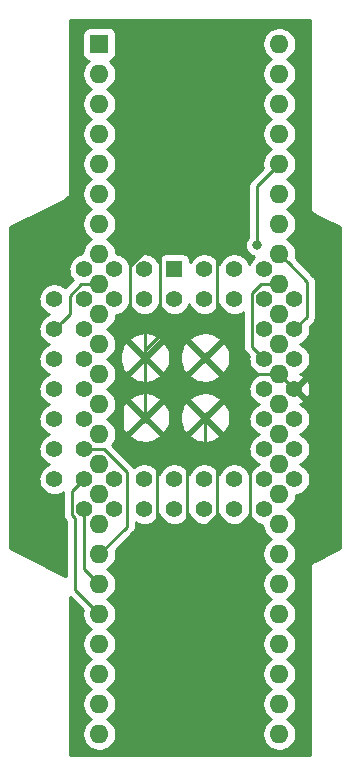
<source format=gbl>
G04 #@! TF.GenerationSoftware,KiCad,Pcbnew,(5.99.0-434-g6ad8b170c)*
G04 #@! TF.CreationDate,2019-12-25T22:45:19+01:00*
G04 #@! TF.ProjectId,DeniseAdapter,44656e69-7365-4416-9461-707465722e6b,rev?*
G04 #@! TF.SameCoordinates,Original*
G04 #@! TF.FileFunction,Copper,L2,Bot*
G04 #@! TF.FilePolarity,Positive*
%FSLAX46Y46*%
G04 Gerber Fmt 4.6, Leading zero omitted, Abs format (unit mm)*
G04 Created by KiCad (PCBNEW (5.99.0-434-g6ad8b170c)) date 2019-12-25 22:45:19*
%MOMM*%
%LPD*%
G04 APERTURE LIST*
%ADD10C,1.422400*%
%ADD11R,1.422400X1.422400*%
%ADD12O,1.600000X1.600000*%
%ADD13R,1.600000X1.600000*%
%ADD14C,0.800000*%
%ADD15C,0.250000*%
%ADD16C,0.254000*%
G04 APERTURE END LIST*
D10*
X46320000Y-52200000D03*
X46320000Y-54740000D03*
X46320000Y-57280000D03*
X46320000Y-59820000D03*
X46320000Y-62360000D03*
X46320000Y-64900000D03*
X43780000Y-49660000D03*
X43780000Y-54740000D03*
X43780000Y-57280000D03*
X43780000Y-59820000D03*
X43780000Y-62360000D03*
X43780000Y-64900000D03*
X43780000Y-67440000D03*
X43780000Y-69980000D03*
X41240000Y-69980000D03*
X38700000Y-69980000D03*
X36160000Y-69980000D03*
X33620000Y-69980000D03*
X31080000Y-69980000D03*
X28540000Y-69980000D03*
X46320000Y-67440000D03*
X41240000Y-67440000D03*
X38700000Y-67440000D03*
X36160000Y-67440000D03*
X33620000Y-67440000D03*
X31080000Y-67440000D03*
X28540000Y-67440000D03*
X26000000Y-67440000D03*
X26000000Y-64900000D03*
X26000000Y-62360000D03*
X26000000Y-59820000D03*
X26000000Y-57280000D03*
X26000000Y-54740000D03*
X26000000Y-52200000D03*
X28540000Y-64900000D03*
X28540000Y-62360000D03*
X28540000Y-59820000D03*
X28540000Y-57280000D03*
X28540000Y-54740000D03*
X28540000Y-52200000D03*
X41240000Y-49660000D03*
X38700000Y-49660000D03*
X28540000Y-49660000D03*
X31080000Y-49660000D03*
X33620000Y-49660000D03*
D11*
X36160000Y-49660000D03*
D10*
X43780000Y-52200000D03*
X41240000Y-52200000D03*
X38700000Y-52200000D03*
X31080000Y-52200000D03*
X33620000Y-52200000D03*
X36160000Y-52200000D03*
D12*
X45030000Y-30608000D03*
X29790000Y-89028000D03*
X45030000Y-33148000D03*
X29790000Y-86488000D03*
X45030000Y-35688000D03*
X29790000Y-83948000D03*
X45030000Y-38228000D03*
X29790000Y-81408000D03*
X45030000Y-40768000D03*
X29790000Y-78868000D03*
X45030000Y-43308000D03*
X29790000Y-76328000D03*
X45030000Y-45848000D03*
X29790000Y-73788000D03*
X45030000Y-48388000D03*
X29790000Y-71248000D03*
X45030000Y-50928000D03*
X29790000Y-68708000D03*
X45030000Y-53468000D03*
X29790000Y-66168000D03*
X45030000Y-56008000D03*
X29790000Y-63628000D03*
X45030000Y-58548000D03*
X29790000Y-61088000D03*
X45030000Y-61088000D03*
X29790000Y-58548000D03*
X45030000Y-63628000D03*
X29790000Y-56008000D03*
X45030000Y-66168000D03*
X29790000Y-53468000D03*
X45030000Y-68708000D03*
X29790000Y-50928000D03*
X45030000Y-71248000D03*
X29790000Y-48388000D03*
X45030000Y-73788000D03*
X29790000Y-45848000D03*
X45030000Y-76328000D03*
X29790000Y-43308000D03*
X45030000Y-78868000D03*
X29790000Y-40768000D03*
X45030000Y-81408000D03*
X29790000Y-38228000D03*
X45030000Y-83948000D03*
X29790000Y-35688000D03*
X45030000Y-86488000D03*
X29790000Y-33148000D03*
X45030000Y-89028000D03*
D13*
X29790000Y-30608000D03*
D14*
X35560000Y-73660000D03*
X48260000Y-61595000D03*
X37465000Y-45720000D03*
X43180000Y-47625000D03*
X36195000Y-59690000D03*
D15*
X45030000Y-58548000D02*
X48077000Y-61595000D01*
X48077000Y-61595000D02*
X48260000Y-61595000D01*
X37465000Y-45720000D02*
X34925000Y-48260000D01*
X34925000Y-48260000D02*
X34925000Y-55245000D01*
X34925000Y-55245000D02*
X33655000Y-56515000D01*
X33655000Y-56515000D02*
X33655000Y-62230000D01*
X41275000Y-55880000D02*
X41275000Y-59690000D01*
X41275000Y-59690000D02*
X38735000Y-62230000D01*
X39736201Y-54341201D02*
X41275000Y-55880000D01*
X37465000Y-46355000D02*
X39736201Y-48626201D01*
X39736201Y-48626201D02*
X39736201Y-54341201D01*
X37465000Y-45720000D02*
X37465000Y-46355000D01*
X32385000Y-53340000D02*
X33655000Y-54610000D01*
X33655000Y-54610000D02*
X33655000Y-57150000D01*
X32385000Y-49361422D02*
X32385000Y-53340000D01*
X37465000Y-45720000D02*
X36026422Y-45720000D01*
X36026422Y-45720000D02*
X32385000Y-49361422D01*
X43180000Y-47625000D02*
X43180000Y-42618000D01*
X43180000Y-42618000D02*
X45030000Y-40768000D01*
X46320000Y-54740000D02*
X47356201Y-53703799D01*
X47356201Y-53703799D02*
X47356201Y-50714201D01*
X47356201Y-50714201D02*
X45829999Y-49187999D01*
X45829999Y-49187999D02*
X45030000Y-48388000D01*
X43780000Y-57280000D02*
X42743799Y-56243799D01*
X42743799Y-51702623D02*
X43518422Y-50928000D01*
X42743799Y-56243799D02*
X42743799Y-51702623D01*
X43518422Y-50928000D02*
X45030000Y-50928000D01*
X45030000Y-58548000D02*
X40133000Y-58548000D01*
X40133000Y-58548000D02*
X38735000Y-57150000D01*
X29790000Y-73788000D02*
X32116201Y-71461799D01*
X32116201Y-71461799D02*
X32116201Y-66829199D01*
X30187002Y-64900000D02*
X28540000Y-64900000D01*
X32116201Y-66829199D02*
X30187002Y-64900000D01*
X29790000Y-78868000D02*
X27725711Y-76803711D01*
X27725711Y-70699289D02*
X27503799Y-70477377D01*
X27725711Y-76803711D02*
X27725711Y-70699289D01*
X27503799Y-70477377D02*
X27503799Y-68476201D01*
X27503799Y-68476201D02*
X27828801Y-68151199D01*
X27828801Y-68151199D02*
X28540000Y-67440000D01*
X28540000Y-69980000D02*
X28540000Y-75078000D01*
X28540000Y-75078000D02*
X29790000Y-76328000D01*
X29790000Y-50928000D02*
X28278422Y-50928000D01*
X28278422Y-50928000D02*
X27305000Y-51901422D01*
X26711199Y-54028801D02*
X26000000Y-54740000D01*
X27305000Y-51901422D02*
X27305000Y-53435000D01*
X27305000Y-53435000D02*
X26711199Y-54028801D01*
X34656201Y-72756201D02*
X34656201Y-66406201D01*
X35560000Y-73660000D02*
X34656201Y-72756201D01*
X34656201Y-66406201D02*
X31750000Y-63500000D01*
X31750000Y-63500000D02*
X31750000Y-59055000D01*
X31750000Y-59055000D02*
X33655000Y-57150000D01*
X35154999Y-63729999D02*
X33655000Y-62230000D01*
X37196201Y-65771201D02*
X35154999Y-63729999D01*
X37196201Y-72023799D02*
X37196201Y-65771201D01*
X35560000Y-73660000D02*
X37196201Y-72023799D01*
X38735000Y-64351320D02*
X38735000Y-62230000D01*
X39736201Y-65352521D02*
X38735000Y-64351320D01*
X39736201Y-70477377D02*
X39736201Y-65352521D01*
X36553578Y-73660000D02*
X39736201Y-70477377D01*
X35560000Y-73660000D02*
X36553578Y-73660000D01*
X35560000Y-73660000D02*
X39370000Y-73660000D01*
X39370000Y-73660000D02*
X42545000Y-70485000D01*
X42545000Y-70485000D02*
X42545000Y-66040000D01*
X42545000Y-66040000D02*
X41275000Y-64770000D01*
X41275000Y-64770000D02*
X41275000Y-59690000D01*
X41275000Y-59690000D02*
X38735000Y-57150000D01*
X38735000Y-57150000D02*
X36195000Y-59690000D01*
G36*
X47626001Y-44390887D02*
G01*
X47620085Y-44422453D01*
X47626001Y-44481876D01*
X47626001Y-44495446D01*
X47630432Y-44526388D01*
X47638074Y-44603164D01*
X47643271Y-44616034D01*
X47645237Y-44629768D01*
X47677172Y-44700004D01*
X47706060Y-44771560D01*
X47714657Y-44782452D01*
X47720402Y-44795087D01*
X47770758Y-44853527D01*
X47818818Y-44914414D01*
X47829962Y-44922236D01*
X47838948Y-44932665D01*
X47915642Y-44982375D01*
X47936837Y-44997252D01*
X47944524Y-45001095D01*
X47991338Y-45031439D01*
X48025861Y-45041764D01*
X50166000Y-46111833D01*
X50166001Y-73268167D01*
X48029340Y-74336497D01*
X47998461Y-74345322D01*
X47947956Y-74377189D01*
X47935820Y-74383256D01*
X47910141Y-74401048D01*
X47844874Y-74442228D01*
X47835683Y-74452635D01*
X47824279Y-74460535D01*
X47775745Y-74520501D01*
X47724658Y-74578346D01*
X47718758Y-74590911D01*
X47710028Y-74601698D01*
X47680279Y-74672869D01*
X47647311Y-74743092D01*
X47645299Y-74756553D01*
X47639991Y-74769252D01*
X47629829Y-74860068D01*
X47626000Y-74885687D01*
X47626000Y-74894289D01*
X47619796Y-74949729D01*
X47626000Y-74985221D01*
X47626001Y-90806000D01*
X27304000Y-90806000D01*
X27304000Y-77455386D01*
X28391249Y-78542636D01*
X28356000Y-78742541D01*
X28356000Y-78993459D01*
X28399571Y-79240564D01*
X28485391Y-79476349D01*
X28610850Y-79693651D01*
X28772136Y-79885864D01*
X28964349Y-80047150D01*
X29121706Y-80138000D01*
X28964349Y-80228850D01*
X28772136Y-80390136D01*
X28610850Y-80582349D01*
X28485391Y-80799651D01*
X28399571Y-81035436D01*
X28356000Y-81282541D01*
X28356000Y-81533459D01*
X28399571Y-81780564D01*
X28485391Y-82016349D01*
X28610850Y-82233651D01*
X28772136Y-82425864D01*
X28964349Y-82587150D01*
X29121706Y-82678000D01*
X28964349Y-82768850D01*
X28772136Y-82930136D01*
X28610850Y-83122349D01*
X28485391Y-83339651D01*
X28399571Y-83575436D01*
X28356000Y-83822541D01*
X28356000Y-84073459D01*
X28399571Y-84320564D01*
X28485391Y-84556349D01*
X28610850Y-84773651D01*
X28772136Y-84965864D01*
X28964349Y-85127150D01*
X29121706Y-85218000D01*
X28964349Y-85308850D01*
X28772136Y-85470136D01*
X28610850Y-85662349D01*
X28485391Y-85879651D01*
X28399571Y-86115436D01*
X28356000Y-86362541D01*
X28356000Y-86613459D01*
X28399571Y-86860564D01*
X28485391Y-87096349D01*
X28610850Y-87313651D01*
X28772136Y-87505864D01*
X28964349Y-87667150D01*
X29121706Y-87758000D01*
X28964349Y-87848850D01*
X28772136Y-88010136D01*
X28610850Y-88202349D01*
X28485391Y-88419651D01*
X28399571Y-88655436D01*
X28356000Y-88902541D01*
X28356000Y-89153459D01*
X28399571Y-89400564D01*
X28485391Y-89636349D01*
X28610850Y-89853651D01*
X28772136Y-90045864D01*
X28964349Y-90207150D01*
X29181651Y-90332609D01*
X29417436Y-90418429D01*
X29664541Y-90462000D01*
X29915459Y-90462000D01*
X30162564Y-90418429D01*
X30398349Y-90332609D01*
X30615651Y-90207150D01*
X30807864Y-90045864D01*
X30969150Y-89853651D01*
X31094609Y-89636349D01*
X31180429Y-89400564D01*
X31224000Y-89153459D01*
X31224000Y-88902541D01*
X31180429Y-88655436D01*
X31094609Y-88419651D01*
X30969150Y-88202349D01*
X30807864Y-88010136D01*
X30615651Y-87848850D01*
X30458294Y-87758000D01*
X30615651Y-87667150D01*
X30807864Y-87505864D01*
X30969150Y-87313651D01*
X31094609Y-87096349D01*
X31180429Y-86860564D01*
X31224000Y-86613459D01*
X31224000Y-86362541D01*
X31180429Y-86115436D01*
X31094609Y-85879651D01*
X30969150Y-85662349D01*
X30807864Y-85470136D01*
X30615651Y-85308850D01*
X30458294Y-85218000D01*
X30615651Y-85127150D01*
X30807864Y-84965864D01*
X30969150Y-84773651D01*
X31094609Y-84556349D01*
X31180429Y-84320564D01*
X31224000Y-84073459D01*
X31224000Y-83822541D01*
X31180429Y-83575436D01*
X31094609Y-83339651D01*
X30969150Y-83122349D01*
X30807864Y-82930136D01*
X30615651Y-82768850D01*
X30458294Y-82678000D01*
X30615651Y-82587150D01*
X30807864Y-82425864D01*
X30969150Y-82233651D01*
X31094609Y-82016349D01*
X31180429Y-81780564D01*
X31224000Y-81533459D01*
X31224000Y-81282541D01*
X31180429Y-81035436D01*
X31094609Y-80799651D01*
X30969150Y-80582349D01*
X30807864Y-80390136D01*
X30615651Y-80228850D01*
X30458294Y-80138000D01*
X30615651Y-80047150D01*
X30807864Y-79885864D01*
X30969150Y-79693651D01*
X31094609Y-79476349D01*
X31180429Y-79240564D01*
X31224000Y-78993459D01*
X31224000Y-78742541D01*
X31180429Y-78495436D01*
X31094609Y-78259651D01*
X30969150Y-78042349D01*
X30807864Y-77850136D01*
X30615651Y-77688850D01*
X30458294Y-77598000D01*
X30615651Y-77507150D01*
X30807864Y-77345864D01*
X30969150Y-77153651D01*
X31094609Y-76936349D01*
X31180429Y-76700564D01*
X31224000Y-76453459D01*
X31224000Y-76202541D01*
X31180429Y-75955436D01*
X31094609Y-75719651D01*
X30969150Y-75502349D01*
X30807864Y-75310136D01*
X30615651Y-75148850D01*
X30458294Y-75058000D01*
X30615651Y-74967150D01*
X30807864Y-74805864D01*
X30969150Y-74613651D01*
X31094609Y-74396349D01*
X31180429Y-74160564D01*
X31224000Y-73913459D01*
X31224000Y-73662541D01*
X31188751Y-73462635D01*
X32688119Y-71963268D01*
X32737899Y-71913489D01*
X32765355Y-71859603D01*
X32800904Y-71810674D01*
X32819592Y-71753157D01*
X32847051Y-71699267D01*
X32856513Y-71639524D01*
X32875200Y-71582013D01*
X32875200Y-71522049D01*
X32875201Y-71522043D01*
X32875201Y-71101091D01*
X32938571Y-71146126D01*
X33155844Y-71248367D01*
X33387788Y-71310516D01*
X33627071Y-71330609D01*
X33866132Y-71308012D01*
X34097413Y-71243436D01*
X34313603Y-71138926D01*
X34507870Y-70997783D01*
X34674071Y-70824470D01*
X34806955Y-70624464D01*
X34889457Y-70433813D01*
X34979859Y-70636858D01*
X35114830Y-70835462D01*
X35282837Y-71007025D01*
X35478571Y-71146126D01*
X35695844Y-71248367D01*
X35927788Y-71310516D01*
X36167071Y-71330609D01*
X36406132Y-71308012D01*
X36637413Y-71243436D01*
X36853603Y-71138926D01*
X37047870Y-70997783D01*
X37214071Y-70824470D01*
X37346955Y-70624464D01*
X37429457Y-70433813D01*
X37519859Y-70636858D01*
X37654830Y-70835462D01*
X37822837Y-71007025D01*
X38018571Y-71146126D01*
X38235844Y-71248367D01*
X38467788Y-71310516D01*
X38707071Y-71330609D01*
X38946132Y-71308012D01*
X39177413Y-71243436D01*
X39393603Y-71138926D01*
X39587870Y-70997783D01*
X39754071Y-70824470D01*
X39886955Y-70624464D01*
X39969457Y-70433813D01*
X40059859Y-70636858D01*
X40194830Y-70835462D01*
X40362837Y-71007025D01*
X40558571Y-71146126D01*
X40775844Y-71248367D01*
X41007788Y-71310516D01*
X41247071Y-71330609D01*
X41486132Y-71308012D01*
X41717413Y-71243436D01*
X41933603Y-71138926D01*
X42127870Y-70997783D01*
X42294071Y-70824470D01*
X42426955Y-70624464D01*
X42509457Y-70433813D01*
X42599859Y-70636858D01*
X42734830Y-70835462D01*
X42902837Y-71007025D01*
X43098571Y-71146126D01*
X43315844Y-71248367D01*
X43547788Y-71310516D01*
X43596000Y-71314564D01*
X43596000Y-71373459D01*
X43639571Y-71620564D01*
X43725391Y-71856349D01*
X43850850Y-72073651D01*
X44012136Y-72265864D01*
X44204349Y-72427150D01*
X44361706Y-72518000D01*
X44204349Y-72608850D01*
X44012136Y-72770136D01*
X43850850Y-72962349D01*
X43725391Y-73179651D01*
X43639571Y-73415436D01*
X43596000Y-73662541D01*
X43596000Y-73913459D01*
X43639571Y-74160564D01*
X43725391Y-74396349D01*
X43850850Y-74613651D01*
X44012136Y-74805864D01*
X44204349Y-74967150D01*
X44361706Y-75058000D01*
X44204349Y-75148850D01*
X44012136Y-75310136D01*
X43850850Y-75502349D01*
X43725391Y-75719651D01*
X43639571Y-75955436D01*
X43596000Y-76202541D01*
X43596000Y-76453459D01*
X43639571Y-76700564D01*
X43725391Y-76936349D01*
X43850850Y-77153651D01*
X44012136Y-77345864D01*
X44204349Y-77507150D01*
X44361706Y-77598000D01*
X44204349Y-77688850D01*
X44012136Y-77850136D01*
X43850850Y-78042349D01*
X43725391Y-78259651D01*
X43639571Y-78495436D01*
X43596000Y-78742541D01*
X43596000Y-78993459D01*
X43639571Y-79240564D01*
X43725391Y-79476349D01*
X43850850Y-79693651D01*
X44012136Y-79885864D01*
X44204349Y-80047150D01*
X44361706Y-80138000D01*
X44204349Y-80228850D01*
X44012136Y-80390136D01*
X43850850Y-80582349D01*
X43725391Y-80799651D01*
X43639571Y-81035436D01*
X43596000Y-81282541D01*
X43596000Y-81533459D01*
X43639571Y-81780564D01*
X43725391Y-82016349D01*
X43850850Y-82233651D01*
X44012136Y-82425864D01*
X44204349Y-82587150D01*
X44361706Y-82678000D01*
X44204349Y-82768850D01*
X44012136Y-82930136D01*
X43850850Y-83122349D01*
X43725391Y-83339651D01*
X43639571Y-83575436D01*
X43596000Y-83822541D01*
X43596000Y-84073459D01*
X43639571Y-84320564D01*
X43725391Y-84556349D01*
X43850850Y-84773651D01*
X44012136Y-84965864D01*
X44204349Y-85127150D01*
X44361706Y-85218000D01*
X44204349Y-85308850D01*
X44012136Y-85470136D01*
X43850850Y-85662349D01*
X43725391Y-85879651D01*
X43639571Y-86115436D01*
X43596000Y-86362541D01*
X43596000Y-86613459D01*
X43639571Y-86860564D01*
X43725391Y-87096349D01*
X43850850Y-87313651D01*
X44012136Y-87505864D01*
X44204349Y-87667150D01*
X44361706Y-87758000D01*
X44204349Y-87848850D01*
X44012136Y-88010136D01*
X43850850Y-88202349D01*
X43725391Y-88419651D01*
X43639571Y-88655436D01*
X43596000Y-88902541D01*
X43596000Y-89153459D01*
X43639571Y-89400564D01*
X43725391Y-89636349D01*
X43850850Y-89853651D01*
X44012136Y-90045864D01*
X44204349Y-90207150D01*
X44421651Y-90332609D01*
X44657436Y-90418429D01*
X44904541Y-90462000D01*
X45155459Y-90462000D01*
X45402564Y-90418429D01*
X45638349Y-90332609D01*
X45855651Y-90207150D01*
X46047864Y-90045864D01*
X46209150Y-89853651D01*
X46334609Y-89636349D01*
X46420429Y-89400564D01*
X46464000Y-89153459D01*
X46464000Y-88902541D01*
X46420429Y-88655436D01*
X46334609Y-88419651D01*
X46209150Y-88202349D01*
X46047864Y-88010136D01*
X45855651Y-87848850D01*
X45698294Y-87758000D01*
X45855651Y-87667150D01*
X46047864Y-87505864D01*
X46209150Y-87313651D01*
X46334609Y-87096349D01*
X46420429Y-86860564D01*
X46464000Y-86613459D01*
X46464000Y-86362541D01*
X46420429Y-86115436D01*
X46334609Y-85879651D01*
X46209150Y-85662349D01*
X46047864Y-85470136D01*
X45855651Y-85308850D01*
X45698294Y-85218000D01*
X45855651Y-85127150D01*
X46047864Y-84965864D01*
X46209150Y-84773651D01*
X46334609Y-84556349D01*
X46420429Y-84320564D01*
X46464000Y-84073459D01*
X46464000Y-83822541D01*
X46420429Y-83575436D01*
X46334609Y-83339651D01*
X46209150Y-83122349D01*
X46047864Y-82930136D01*
X45855651Y-82768850D01*
X45698294Y-82678000D01*
X45855651Y-82587150D01*
X46047864Y-82425864D01*
X46209150Y-82233651D01*
X46334609Y-82016349D01*
X46420429Y-81780564D01*
X46464000Y-81533459D01*
X46464000Y-81282541D01*
X46420429Y-81035436D01*
X46334609Y-80799651D01*
X46209150Y-80582349D01*
X46047864Y-80390136D01*
X45855651Y-80228850D01*
X45698294Y-80138000D01*
X45855651Y-80047150D01*
X46047864Y-79885864D01*
X46209150Y-79693651D01*
X46334609Y-79476349D01*
X46420429Y-79240564D01*
X46464000Y-78993459D01*
X46464000Y-78742541D01*
X46420429Y-78495436D01*
X46334609Y-78259651D01*
X46209150Y-78042349D01*
X46047864Y-77850136D01*
X45855651Y-77688850D01*
X45698294Y-77598000D01*
X45855651Y-77507150D01*
X46047864Y-77345864D01*
X46209150Y-77153651D01*
X46334609Y-76936349D01*
X46420429Y-76700564D01*
X46464000Y-76453459D01*
X46464000Y-76202541D01*
X46420429Y-75955436D01*
X46334609Y-75719651D01*
X46209150Y-75502349D01*
X46047864Y-75310136D01*
X45855651Y-75148850D01*
X45698294Y-75058000D01*
X45855651Y-74967150D01*
X46047864Y-74805864D01*
X46209150Y-74613651D01*
X46334609Y-74396349D01*
X46420429Y-74160564D01*
X46464000Y-73913459D01*
X46464000Y-73662541D01*
X46420429Y-73415436D01*
X46334609Y-73179651D01*
X46209150Y-72962349D01*
X46047864Y-72770136D01*
X45855651Y-72608850D01*
X45698294Y-72518000D01*
X45855651Y-72427150D01*
X46047864Y-72265864D01*
X46209150Y-72073651D01*
X46334609Y-71856349D01*
X46420429Y-71620564D01*
X46464000Y-71373459D01*
X46464000Y-71122541D01*
X46420429Y-70875436D01*
X46334609Y-70639651D01*
X46209150Y-70422349D01*
X46047864Y-70230136D01*
X45855651Y-70068850D01*
X45698294Y-69978000D01*
X45855651Y-69887150D01*
X46047864Y-69725864D01*
X46209150Y-69533651D01*
X46334609Y-69316349D01*
X46420429Y-69080564D01*
X46464000Y-68833459D01*
X46464000Y-68777666D01*
X46566132Y-68768012D01*
X46797413Y-68703436D01*
X47013603Y-68598926D01*
X47207870Y-68457783D01*
X47374071Y-68284470D01*
X47506955Y-68084464D01*
X47602320Y-67864087D01*
X47657534Y-67628685D01*
X47665576Y-67321575D01*
X47622758Y-67083606D01*
X47539057Y-66858540D01*
X47416822Y-66651853D01*
X47259919Y-66470078D01*
X47073306Y-66318963D01*
X46862882Y-66203281D01*
X46768485Y-66171513D01*
X46797413Y-66163436D01*
X47013603Y-66058926D01*
X47207870Y-65917783D01*
X47374071Y-65744470D01*
X47506955Y-65544464D01*
X47602320Y-65324087D01*
X47657534Y-65088685D01*
X47665576Y-64781575D01*
X47622758Y-64543606D01*
X47539057Y-64318540D01*
X47416822Y-64111853D01*
X47259919Y-63930078D01*
X47073306Y-63778963D01*
X46862882Y-63663281D01*
X46768485Y-63631513D01*
X46797413Y-63623436D01*
X47013603Y-63518926D01*
X47207870Y-63377783D01*
X47374071Y-63204470D01*
X47506955Y-63004464D01*
X47602320Y-62784087D01*
X47657534Y-62548685D01*
X47665576Y-62241575D01*
X47622758Y-62003606D01*
X47539057Y-61778540D01*
X47416822Y-61571853D01*
X47259919Y-61390078D01*
X47073306Y-61238963D01*
X46862882Y-61123281D01*
X46768485Y-61091513D01*
X46797413Y-61083436D01*
X47013603Y-60978926D01*
X47178270Y-60859289D01*
X46138980Y-59820000D01*
X46501019Y-59820000D01*
X47362662Y-60681643D01*
X47506955Y-60464464D01*
X47602320Y-60244087D01*
X47657534Y-60008685D01*
X47665576Y-59701575D01*
X47622758Y-59463606D01*
X47539057Y-59238540D01*
X47369383Y-58951636D01*
X46501019Y-59820000D01*
X46138980Y-59820000D01*
X47193784Y-58765197D01*
X46862882Y-58583281D01*
X46768485Y-58551513D01*
X46797413Y-58543436D01*
X47013603Y-58438926D01*
X47207870Y-58297783D01*
X47374071Y-58124470D01*
X47506955Y-57924464D01*
X47602320Y-57704087D01*
X47657534Y-57468685D01*
X47665576Y-57161575D01*
X47622758Y-56923606D01*
X47539057Y-56698540D01*
X47416822Y-56491853D01*
X47259919Y-56310078D01*
X47073306Y-56158963D01*
X46862882Y-56043281D01*
X46768485Y-56011513D01*
X46797413Y-56003436D01*
X47013603Y-55898926D01*
X47207870Y-55757783D01*
X47374071Y-55584470D01*
X47506955Y-55384464D01*
X47602320Y-55164087D01*
X47657534Y-54928685D01*
X47665576Y-54621575D01*
X47642129Y-54491259D01*
X47939089Y-54194300D01*
X47939092Y-54194296D01*
X47977899Y-54155489D01*
X48005354Y-54101604D01*
X48040904Y-54052674D01*
X48059593Y-53995157D01*
X48087051Y-53941266D01*
X48096511Y-53881534D01*
X48115201Y-53824013D01*
X48115201Y-50593987D01*
X48096511Y-50536466D01*
X48087051Y-50476734D01*
X48059593Y-50422843D01*
X48040904Y-50365326D01*
X48005354Y-50316396D01*
X47977899Y-50262511D01*
X47934458Y-50219070D01*
X47934452Y-50219063D01*
X46428751Y-48713364D01*
X46464000Y-48513459D01*
X46464000Y-48262541D01*
X46420429Y-48015436D01*
X46334609Y-47779651D01*
X46209150Y-47562349D01*
X46047864Y-47370136D01*
X45855651Y-47208850D01*
X45698294Y-47118000D01*
X45855651Y-47027150D01*
X46047864Y-46865864D01*
X46209150Y-46673651D01*
X46334609Y-46456349D01*
X46420429Y-46220564D01*
X46464000Y-45973459D01*
X46464000Y-45722541D01*
X46420429Y-45475436D01*
X46334609Y-45239651D01*
X46209150Y-45022349D01*
X46047864Y-44830136D01*
X45855651Y-44668850D01*
X45698294Y-44578000D01*
X45855651Y-44487150D01*
X46047864Y-44325864D01*
X46209150Y-44133651D01*
X46334609Y-43916349D01*
X46420429Y-43680564D01*
X46464000Y-43433459D01*
X46464000Y-43182541D01*
X46420429Y-42935436D01*
X46334609Y-42699651D01*
X46209150Y-42482349D01*
X46047864Y-42290136D01*
X45855651Y-42128850D01*
X45698294Y-42038000D01*
X45855651Y-41947150D01*
X46047864Y-41785864D01*
X46209150Y-41593651D01*
X46334609Y-41376349D01*
X46420429Y-41140564D01*
X46464000Y-40893459D01*
X46464000Y-40642541D01*
X46420429Y-40395436D01*
X46334609Y-40159651D01*
X46209150Y-39942349D01*
X46047864Y-39750136D01*
X45855651Y-39588850D01*
X45698294Y-39498000D01*
X45855651Y-39407150D01*
X46047864Y-39245864D01*
X46209150Y-39053651D01*
X46334609Y-38836349D01*
X46420429Y-38600564D01*
X46464000Y-38353459D01*
X46464000Y-38102541D01*
X46420429Y-37855436D01*
X46334609Y-37619651D01*
X46209150Y-37402349D01*
X46047864Y-37210136D01*
X45855651Y-37048850D01*
X45698294Y-36958000D01*
X45855651Y-36867150D01*
X46047864Y-36705864D01*
X46209150Y-36513651D01*
X46334609Y-36296349D01*
X46420429Y-36060564D01*
X46464000Y-35813459D01*
X46464000Y-35562541D01*
X46420429Y-35315436D01*
X46334609Y-35079651D01*
X46209150Y-34862349D01*
X46047864Y-34670136D01*
X45855651Y-34508850D01*
X45698294Y-34418000D01*
X45855651Y-34327150D01*
X46047864Y-34165864D01*
X46209150Y-33973651D01*
X46334609Y-33756349D01*
X46420429Y-33520564D01*
X46464000Y-33273459D01*
X46464000Y-33022541D01*
X46420429Y-32775436D01*
X46334609Y-32539651D01*
X46209150Y-32322349D01*
X46047864Y-32130136D01*
X45855651Y-31968850D01*
X45698294Y-31878000D01*
X45855651Y-31787150D01*
X46047864Y-31625864D01*
X46209150Y-31433651D01*
X46334609Y-31216349D01*
X46420429Y-30980564D01*
X46464000Y-30733459D01*
X46464000Y-30482541D01*
X46420429Y-30235436D01*
X46334609Y-29999651D01*
X46209150Y-29782349D01*
X46047864Y-29590136D01*
X45855651Y-29428850D01*
X45638349Y-29303391D01*
X45402564Y-29217571D01*
X45155459Y-29174000D01*
X44904541Y-29174000D01*
X44657436Y-29217571D01*
X44421651Y-29303391D01*
X44204349Y-29428850D01*
X44012136Y-29590136D01*
X43850850Y-29782349D01*
X43725391Y-29999651D01*
X43639571Y-30235436D01*
X43596000Y-30482541D01*
X43596000Y-30733459D01*
X43639571Y-30980564D01*
X43725391Y-31216349D01*
X43850850Y-31433651D01*
X44012136Y-31625864D01*
X44204349Y-31787150D01*
X44361706Y-31878000D01*
X44204349Y-31968850D01*
X44012136Y-32130136D01*
X43850850Y-32322349D01*
X43725391Y-32539651D01*
X43639571Y-32775436D01*
X43596000Y-33022541D01*
X43596000Y-33273459D01*
X43639571Y-33520564D01*
X43725391Y-33756349D01*
X43850850Y-33973651D01*
X44012136Y-34165864D01*
X44204349Y-34327150D01*
X44361706Y-34418000D01*
X44204349Y-34508850D01*
X44012136Y-34670136D01*
X43850850Y-34862349D01*
X43725391Y-35079651D01*
X43639571Y-35315436D01*
X43596000Y-35562541D01*
X43596000Y-35813459D01*
X43639571Y-36060564D01*
X43725391Y-36296349D01*
X43850850Y-36513651D01*
X44012136Y-36705864D01*
X44204349Y-36867150D01*
X44361706Y-36958000D01*
X44204349Y-37048850D01*
X44012136Y-37210136D01*
X43850850Y-37402349D01*
X43725391Y-37619651D01*
X43639571Y-37855436D01*
X43596000Y-38102541D01*
X43596000Y-38353459D01*
X43639571Y-38600564D01*
X43725391Y-38836349D01*
X43850850Y-39053651D01*
X44012136Y-39245864D01*
X44204349Y-39407150D01*
X44361706Y-39498000D01*
X44204349Y-39588850D01*
X44012136Y-39750136D01*
X43850850Y-39942349D01*
X43725391Y-40159651D01*
X43639571Y-40395436D01*
X43596000Y-40642541D01*
X43596000Y-40893459D01*
X43631249Y-41093363D01*
X42714199Y-42010414D01*
X42558303Y-42166310D01*
X42530849Y-42220194D01*
X42495297Y-42269125D01*
X42476608Y-42326645D01*
X42449151Y-42380533D01*
X42439690Y-42440268D01*
X42421001Y-42497787D01*
X42421001Y-42568184D01*
X42421000Y-46921704D01*
X42352594Y-46990109D01*
X42216466Y-47225891D01*
X42146000Y-47488872D01*
X42146000Y-47761128D01*
X42216466Y-48024109D01*
X42352594Y-48259891D01*
X42545109Y-48452406D01*
X42780891Y-48588534D01*
X42917824Y-48625225D01*
X42781034Y-48751010D01*
X42635853Y-48942279D01*
X42526839Y-49156233D01*
X42509414Y-49213947D01*
X42459057Y-49078540D01*
X42336822Y-48871853D01*
X42179919Y-48690078D01*
X41993306Y-48538963D01*
X41782882Y-48423281D01*
X41555298Y-48346690D01*
X41317748Y-48311612D01*
X41077740Y-48319154D01*
X40842861Y-48369079D01*
X40620535Y-48459809D01*
X40417790Y-48588475D01*
X40241034Y-48751010D01*
X40095853Y-48942279D01*
X39986839Y-49156233D01*
X39969414Y-49213947D01*
X39919057Y-49078540D01*
X39796822Y-48871853D01*
X39639919Y-48690078D01*
X39453306Y-48538963D01*
X39242882Y-48423281D01*
X39015298Y-48346690D01*
X38777748Y-48311612D01*
X38537740Y-48319154D01*
X38302861Y-48369079D01*
X38080535Y-48459809D01*
X37877790Y-48588475D01*
X37701034Y-48751010D01*
X37555853Y-48942279D01*
X37513037Y-49026311D01*
X37513037Y-48932212D01*
X37432405Y-48631289D01*
X37285015Y-48455635D01*
X37091386Y-48343844D01*
X36882224Y-48306963D01*
X35432212Y-48306963D01*
X35131289Y-48387595D01*
X34955635Y-48534985D01*
X34843844Y-48728614D01*
X34806963Y-48937776D01*
X34806963Y-49024272D01*
X34716822Y-48871853D01*
X34559919Y-48690078D01*
X34373306Y-48538963D01*
X34162882Y-48423281D01*
X33935298Y-48346690D01*
X33697748Y-48311612D01*
X33457740Y-48319154D01*
X33222861Y-48369079D01*
X33000535Y-48459809D01*
X32797790Y-48588475D01*
X32621034Y-48751010D01*
X32475853Y-48942279D01*
X32366839Y-49156233D01*
X32349414Y-49213947D01*
X32299057Y-49078540D01*
X32176822Y-48871853D01*
X32019919Y-48690078D01*
X31833306Y-48538963D01*
X31622882Y-48423281D01*
X31395298Y-48346690D01*
X31224000Y-48321395D01*
X31224000Y-48262541D01*
X31180429Y-48015436D01*
X31094609Y-47779651D01*
X30969150Y-47562349D01*
X30807864Y-47370136D01*
X30615651Y-47208850D01*
X30458294Y-47118000D01*
X30615651Y-47027150D01*
X30807864Y-46865864D01*
X30969150Y-46673651D01*
X31094609Y-46456349D01*
X31180429Y-46220564D01*
X31224000Y-45973459D01*
X31224000Y-45722541D01*
X31180429Y-45475436D01*
X31094609Y-45239651D01*
X30969150Y-45022349D01*
X30807864Y-44830136D01*
X30615651Y-44668850D01*
X30458294Y-44578000D01*
X30615651Y-44487150D01*
X30807864Y-44325864D01*
X30969150Y-44133651D01*
X31094609Y-43916349D01*
X31180429Y-43680564D01*
X31224000Y-43433459D01*
X31224000Y-43182541D01*
X31180429Y-42935436D01*
X31094609Y-42699651D01*
X30969150Y-42482349D01*
X30807864Y-42290136D01*
X30615651Y-42128850D01*
X30458294Y-42038000D01*
X30615651Y-41947150D01*
X30807864Y-41785864D01*
X30969150Y-41593651D01*
X31094609Y-41376349D01*
X31180429Y-41140564D01*
X31224000Y-40893459D01*
X31224000Y-40642541D01*
X31180429Y-40395436D01*
X31094609Y-40159651D01*
X30969150Y-39942349D01*
X30807864Y-39750136D01*
X30615651Y-39588850D01*
X30458294Y-39498000D01*
X30615651Y-39407150D01*
X30807864Y-39245864D01*
X30969150Y-39053651D01*
X31094609Y-38836349D01*
X31180429Y-38600564D01*
X31224000Y-38353459D01*
X31224000Y-38102541D01*
X31180429Y-37855436D01*
X31094609Y-37619651D01*
X30969150Y-37402349D01*
X30807864Y-37210136D01*
X30615651Y-37048850D01*
X30458294Y-36958000D01*
X30615651Y-36867150D01*
X30807864Y-36705864D01*
X30969150Y-36513651D01*
X31094609Y-36296349D01*
X31180429Y-36060564D01*
X31224000Y-35813459D01*
X31224000Y-35562541D01*
X31180429Y-35315436D01*
X31094609Y-35079651D01*
X30969150Y-34862349D01*
X30807864Y-34670136D01*
X30615651Y-34508850D01*
X30458294Y-34418000D01*
X30615651Y-34327150D01*
X30807864Y-34165864D01*
X30969150Y-33973651D01*
X31094609Y-33756349D01*
X31180429Y-33520564D01*
X31224000Y-33273459D01*
X31224000Y-33022541D01*
X31180429Y-32775436D01*
X31094609Y-32539651D01*
X30969150Y-32322349D01*
X30807864Y-32130136D01*
X30686613Y-32028394D01*
X30907512Y-31969205D01*
X31083165Y-31821815D01*
X31194956Y-31628186D01*
X31231837Y-31419024D01*
X31231837Y-29791412D01*
X31151205Y-29490489D01*
X31003815Y-29314835D01*
X30810186Y-29203044D01*
X30601024Y-29166163D01*
X28973412Y-29166163D01*
X28672489Y-29246795D01*
X28496835Y-29394185D01*
X28385044Y-29587814D01*
X28348163Y-29796976D01*
X28348163Y-31424588D01*
X28428795Y-31725512D01*
X28576185Y-31901165D01*
X28769814Y-32012956D01*
X28887132Y-32033642D01*
X28772136Y-32130136D01*
X28610850Y-32322349D01*
X28485391Y-32539651D01*
X28399571Y-32775436D01*
X28356000Y-33022541D01*
X28356000Y-33273459D01*
X28399571Y-33520564D01*
X28485391Y-33756349D01*
X28610850Y-33973651D01*
X28772136Y-34165864D01*
X28964349Y-34327150D01*
X29121706Y-34418000D01*
X28964349Y-34508850D01*
X28772136Y-34670136D01*
X28610850Y-34862349D01*
X28485391Y-35079651D01*
X28399571Y-35315436D01*
X28356000Y-35562541D01*
X28356000Y-35813459D01*
X28399571Y-36060564D01*
X28485391Y-36296349D01*
X28610850Y-36513651D01*
X28772136Y-36705864D01*
X28964349Y-36867150D01*
X29121706Y-36958000D01*
X28964349Y-37048850D01*
X28772136Y-37210136D01*
X28610850Y-37402349D01*
X28485391Y-37619651D01*
X28399571Y-37855436D01*
X28356000Y-38102541D01*
X28356000Y-38353459D01*
X28399571Y-38600564D01*
X28485391Y-38836349D01*
X28610850Y-39053651D01*
X28772136Y-39245864D01*
X28964349Y-39407150D01*
X29121706Y-39498000D01*
X28964349Y-39588850D01*
X28772136Y-39750136D01*
X28610850Y-39942349D01*
X28485391Y-40159651D01*
X28399571Y-40395436D01*
X28356000Y-40642541D01*
X28356000Y-40893459D01*
X28399571Y-41140564D01*
X28485391Y-41376349D01*
X28610850Y-41593651D01*
X28772136Y-41785864D01*
X28964349Y-41947150D01*
X29121706Y-42038000D01*
X28964349Y-42128850D01*
X28772136Y-42290136D01*
X28610850Y-42482349D01*
X28485391Y-42699651D01*
X28399571Y-42935436D01*
X28356000Y-43182541D01*
X28356000Y-43433459D01*
X28399571Y-43680564D01*
X28485391Y-43916349D01*
X28610850Y-44133651D01*
X28772136Y-44325864D01*
X28964349Y-44487150D01*
X29121706Y-44578000D01*
X28964349Y-44668850D01*
X28772136Y-44830136D01*
X28610850Y-45022349D01*
X28485391Y-45239651D01*
X28399571Y-45475436D01*
X28356000Y-45722541D01*
X28356000Y-45973459D01*
X28399571Y-46220564D01*
X28485391Y-46456349D01*
X28610850Y-46673651D01*
X28772136Y-46865864D01*
X28964349Y-47027150D01*
X29121706Y-47118000D01*
X28964349Y-47208850D01*
X28772136Y-47370136D01*
X28610850Y-47562349D01*
X28485391Y-47779651D01*
X28399571Y-48015436D01*
X28356000Y-48262541D01*
X28356000Y-48323775D01*
X28142861Y-48369079D01*
X27920535Y-48459809D01*
X27717790Y-48588475D01*
X27541034Y-48751010D01*
X27395853Y-48942279D01*
X27286839Y-49156233D01*
X27217435Y-49386110D01*
X27189835Y-49624645D01*
X27204913Y-49864297D01*
X27262190Y-50097492D01*
X27359859Y-50316858D01*
X27494830Y-50515462D01*
X27555558Y-50577475D01*
X26919496Y-51213539D01*
X26753306Y-51078963D01*
X26542882Y-50963281D01*
X26315298Y-50886690D01*
X26077748Y-50851612D01*
X25837740Y-50859154D01*
X25602861Y-50909079D01*
X25380535Y-50999809D01*
X25177790Y-51128475D01*
X25001034Y-51291010D01*
X24855853Y-51482279D01*
X24746839Y-51696233D01*
X24677435Y-51926110D01*
X24649835Y-52164645D01*
X24664913Y-52404297D01*
X24722190Y-52637492D01*
X24819859Y-52856858D01*
X24954830Y-53055462D01*
X25122837Y-53227025D01*
X25318571Y-53366126D01*
X25535844Y-53468367D01*
X25547768Y-53471562D01*
X25380535Y-53539809D01*
X25177790Y-53668475D01*
X25001034Y-53831010D01*
X24855853Y-54022279D01*
X24746839Y-54236233D01*
X24677435Y-54466110D01*
X24649835Y-54704645D01*
X24664913Y-54944297D01*
X24722190Y-55177492D01*
X24819859Y-55396858D01*
X24954830Y-55595462D01*
X25122837Y-55767025D01*
X25318571Y-55906126D01*
X25535844Y-56008367D01*
X25547768Y-56011562D01*
X25380535Y-56079809D01*
X25177790Y-56208475D01*
X25001034Y-56371010D01*
X24855853Y-56562279D01*
X24746839Y-56776233D01*
X24677435Y-57006110D01*
X24649835Y-57244645D01*
X24664913Y-57484297D01*
X24722190Y-57717492D01*
X24819859Y-57936858D01*
X24954830Y-58135462D01*
X25122837Y-58307025D01*
X25318571Y-58446126D01*
X25535844Y-58548367D01*
X25547768Y-58551562D01*
X25380535Y-58619809D01*
X25177790Y-58748475D01*
X25001034Y-58911010D01*
X24855853Y-59102279D01*
X24746839Y-59316233D01*
X24677435Y-59546110D01*
X24649835Y-59784645D01*
X24664913Y-60024297D01*
X24722190Y-60257492D01*
X24819859Y-60476858D01*
X24954830Y-60675462D01*
X25122837Y-60847025D01*
X25318571Y-60986126D01*
X25535844Y-61088367D01*
X25547768Y-61091562D01*
X25380535Y-61159809D01*
X25177790Y-61288475D01*
X25001034Y-61451010D01*
X24855853Y-61642279D01*
X24746839Y-61856233D01*
X24677435Y-62086110D01*
X24649835Y-62324645D01*
X24664913Y-62564297D01*
X24722190Y-62797492D01*
X24819859Y-63016858D01*
X24954830Y-63215462D01*
X25122837Y-63387025D01*
X25318571Y-63526126D01*
X25535844Y-63628367D01*
X25547768Y-63631562D01*
X25380535Y-63699809D01*
X25177790Y-63828475D01*
X25001034Y-63991010D01*
X24855853Y-64182279D01*
X24746839Y-64396233D01*
X24677435Y-64626110D01*
X24649835Y-64864645D01*
X24664913Y-65104297D01*
X24722190Y-65337492D01*
X24819859Y-65556858D01*
X24954830Y-65755462D01*
X25122837Y-65927025D01*
X25318571Y-66066126D01*
X25535844Y-66168367D01*
X25547768Y-66171562D01*
X25380535Y-66239809D01*
X25177790Y-66368475D01*
X25001034Y-66531010D01*
X24855853Y-66722279D01*
X24746839Y-66936233D01*
X24677435Y-67166110D01*
X24649835Y-67404645D01*
X24664913Y-67644297D01*
X24722190Y-67877492D01*
X24819859Y-68096858D01*
X24954830Y-68295462D01*
X25122837Y-68467025D01*
X25318571Y-68606126D01*
X25535844Y-68708367D01*
X25767788Y-68770516D01*
X26007071Y-68790609D01*
X26246132Y-68768012D01*
X26477413Y-68703436D01*
X26693603Y-68598926D01*
X26744800Y-68561729D01*
X26744799Y-70537620D01*
X26744800Y-70537626D01*
X26744800Y-70597590D01*
X26763487Y-70655101D01*
X26772949Y-70714844D01*
X26800408Y-70768734D01*
X26819096Y-70826251D01*
X26854645Y-70875180D01*
X26882101Y-70929066D01*
X26966712Y-71013678D01*
X26966711Y-75636741D01*
X26938663Y-75618562D01*
X26904148Y-75608239D01*
X22224000Y-73268167D01*
X22224000Y-46111834D01*
X26900663Y-43773502D01*
X26931539Y-43764677D01*
X26982043Y-43732812D01*
X26994181Y-43726743D01*
X27019875Y-43708942D01*
X27085123Y-43667774D01*
X27094314Y-43657369D01*
X27105722Y-43649464D01*
X27154261Y-43589493D01*
X27205342Y-43531653D01*
X27211240Y-43519092D01*
X27219972Y-43508303D01*
X27249728Y-43437116D01*
X27282689Y-43366910D01*
X27284701Y-43353448D01*
X27290009Y-43340749D01*
X27300172Y-43249929D01*
X27304000Y-43224313D01*
X27304000Y-43215711D01*
X27310204Y-43160272D01*
X27304000Y-43124779D01*
X27304000Y-28574000D01*
X47626000Y-28574000D01*
X47626001Y-44390887D01*
G37*
D16*
X47626001Y-44390887D02*
X47620085Y-44422453D01*
X47626001Y-44481876D01*
X47626001Y-44495446D01*
X47630432Y-44526388D01*
X47638074Y-44603164D01*
X47643271Y-44616034D01*
X47645237Y-44629768D01*
X47677172Y-44700004D01*
X47706060Y-44771560D01*
X47714657Y-44782452D01*
X47720402Y-44795087D01*
X47770758Y-44853527D01*
X47818818Y-44914414D01*
X47829962Y-44922236D01*
X47838948Y-44932665D01*
X47915642Y-44982375D01*
X47936837Y-44997252D01*
X47944524Y-45001095D01*
X47991338Y-45031439D01*
X48025861Y-45041764D01*
X50166000Y-46111833D01*
X50166001Y-73268167D01*
X48029340Y-74336497D01*
X47998461Y-74345322D01*
X47947956Y-74377189D01*
X47935820Y-74383256D01*
X47910141Y-74401048D01*
X47844874Y-74442228D01*
X47835683Y-74452635D01*
X47824279Y-74460535D01*
X47775745Y-74520501D01*
X47724658Y-74578346D01*
X47718758Y-74590911D01*
X47710028Y-74601698D01*
X47680279Y-74672869D01*
X47647311Y-74743092D01*
X47645299Y-74756553D01*
X47639991Y-74769252D01*
X47629829Y-74860068D01*
X47626000Y-74885687D01*
X47626000Y-74894289D01*
X47619796Y-74949729D01*
X47626000Y-74985221D01*
X47626001Y-90806000D01*
X27304000Y-90806000D01*
X27304000Y-77455386D01*
X28391249Y-78542636D01*
X28356000Y-78742541D01*
X28356000Y-78993459D01*
X28399571Y-79240564D01*
X28485391Y-79476349D01*
X28610850Y-79693651D01*
X28772136Y-79885864D01*
X28964349Y-80047150D01*
X29121706Y-80138000D01*
X28964349Y-80228850D01*
X28772136Y-80390136D01*
X28610850Y-80582349D01*
X28485391Y-80799651D01*
X28399571Y-81035436D01*
X28356000Y-81282541D01*
X28356000Y-81533459D01*
X28399571Y-81780564D01*
X28485391Y-82016349D01*
X28610850Y-82233651D01*
X28772136Y-82425864D01*
X28964349Y-82587150D01*
X29121706Y-82678000D01*
X28964349Y-82768850D01*
X28772136Y-82930136D01*
X28610850Y-83122349D01*
X28485391Y-83339651D01*
X28399571Y-83575436D01*
X28356000Y-83822541D01*
X28356000Y-84073459D01*
X28399571Y-84320564D01*
X28485391Y-84556349D01*
X28610850Y-84773651D01*
X28772136Y-84965864D01*
X28964349Y-85127150D01*
X29121706Y-85218000D01*
X28964349Y-85308850D01*
X28772136Y-85470136D01*
X28610850Y-85662349D01*
X28485391Y-85879651D01*
X28399571Y-86115436D01*
X28356000Y-86362541D01*
X28356000Y-86613459D01*
X28399571Y-86860564D01*
X28485391Y-87096349D01*
X28610850Y-87313651D01*
X28772136Y-87505864D01*
X28964349Y-87667150D01*
X29121706Y-87758000D01*
X28964349Y-87848850D01*
X28772136Y-88010136D01*
X28610850Y-88202349D01*
X28485391Y-88419651D01*
X28399571Y-88655436D01*
X28356000Y-88902541D01*
X28356000Y-89153459D01*
X28399571Y-89400564D01*
X28485391Y-89636349D01*
X28610850Y-89853651D01*
X28772136Y-90045864D01*
X28964349Y-90207150D01*
X29181651Y-90332609D01*
X29417436Y-90418429D01*
X29664541Y-90462000D01*
X29915459Y-90462000D01*
X30162564Y-90418429D01*
X30398349Y-90332609D01*
X30615651Y-90207150D01*
X30807864Y-90045864D01*
X30969150Y-89853651D01*
X31094609Y-89636349D01*
X31180429Y-89400564D01*
X31224000Y-89153459D01*
X31224000Y-88902541D01*
X31180429Y-88655436D01*
X31094609Y-88419651D01*
X30969150Y-88202349D01*
X30807864Y-88010136D01*
X30615651Y-87848850D01*
X30458294Y-87758000D01*
X30615651Y-87667150D01*
X30807864Y-87505864D01*
X30969150Y-87313651D01*
X31094609Y-87096349D01*
X31180429Y-86860564D01*
X31224000Y-86613459D01*
X31224000Y-86362541D01*
X31180429Y-86115436D01*
X31094609Y-85879651D01*
X30969150Y-85662349D01*
X30807864Y-85470136D01*
X30615651Y-85308850D01*
X30458294Y-85218000D01*
X30615651Y-85127150D01*
X30807864Y-84965864D01*
X30969150Y-84773651D01*
X31094609Y-84556349D01*
X31180429Y-84320564D01*
X31224000Y-84073459D01*
X31224000Y-83822541D01*
X31180429Y-83575436D01*
X31094609Y-83339651D01*
X30969150Y-83122349D01*
X30807864Y-82930136D01*
X30615651Y-82768850D01*
X30458294Y-82678000D01*
X30615651Y-82587150D01*
X30807864Y-82425864D01*
X30969150Y-82233651D01*
X31094609Y-82016349D01*
X31180429Y-81780564D01*
X31224000Y-81533459D01*
X31224000Y-81282541D01*
X31180429Y-81035436D01*
X31094609Y-80799651D01*
X30969150Y-80582349D01*
X30807864Y-80390136D01*
X30615651Y-80228850D01*
X30458294Y-80138000D01*
X30615651Y-80047150D01*
X30807864Y-79885864D01*
X30969150Y-79693651D01*
X31094609Y-79476349D01*
X31180429Y-79240564D01*
X31224000Y-78993459D01*
X31224000Y-78742541D01*
X31180429Y-78495436D01*
X31094609Y-78259651D01*
X30969150Y-78042349D01*
X30807864Y-77850136D01*
X30615651Y-77688850D01*
X30458294Y-77598000D01*
X30615651Y-77507150D01*
X30807864Y-77345864D01*
X30969150Y-77153651D01*
X31094609Y-76936349D01*
X31180429Y-76700564D01*
X31224000Y-76453459D01*
X31224000Y-76202541D01*
X31180429Y-75955436D01*
X31094609Y-75719651D01*
X30969150Y-75502349D01*
X30807864Y-75310136D01*
X30615651Y-75148850D01*
X30458294Y-75058000D01*
X30615651Y-74967150D01*
X30807864Y-74805864D01*
X30969150Y-74613651D01*
X31094609Y-74396349D01*
X31180429Y-74160564D01*
X31224000Y-73913459D01*
X31224000Y-73662541D01*
X31188751Y-73462635D01*
X32688119Y-71963268D01*
X32737899Y-71913489D01*
X32765355Y-71859603D01*
X32800904Y-71810674D01*
X32819592Y-71753157D01*
X32847051Y-71699267D01*
X32856513Y-71639524D01*
X32875200Y-71582013D01*
X32875200Y-71522049D01*
X32875201Y-71522043D01*
X32875201Y-71101091D01*
X32938571Y-71146126D01*
X33155844Y-71248367D01*
X33387788Y-71310516D01*
X33627071Y-71330609D01*
X33866132Y-71308012D01*
X34097413Y-71243436D01*
X34313603Y-71138926D01*
X34507870Y-70997783D01*
X34674071Y-70824470D01*
X34806955Y-70624464D01*
X34889457Y-70433813D01*
X34979859Y-70636858D01*
X35114830Y-70835462D01*
X35282837Y-71007025D01*
X35478571Y-71146126D01*
X35695844Y-71248367D01*
X35927788Y-71310516D01*
X36167071Y-71330609D01*
X36406132Y-71308012D01*
X36637413Y-71243436D01*
X36853603Y-71138926D01*
X37047870Y-70997783D01*
X37214071Y-70824470D01*
X37346955Y-70624464D01*
X37429457Y-70433813D01*
X37519859Y-70636858D01*
X37654830Y-70835462D01*
X37822837Y-71007025D01*
X38018571Y-71146126D01*
X38235844Y-71248367D01*
X38467788Y-71310516D01*
X38707071Y-71330609D01*
X38946132Y-71308012D01*
X39177413Y-71243436D01*
X39393603Y-71138926D01*
X39587870Y-70997783D01*
X39754071Y-70824470D01*
X39886955Y-70624464D01*
X39969457Y-70433813D01*
X40059859Y-70636858D01*
X40194830Y-70835462D01*
X40362837Y-71007025D01*
X40558571Y-71146126D01*
X40775844Y-71248367D01*
X41007788Y-71310516D01*
X41247071Y-71330609D01*
X41486132Y-71308012D01*
X41717413Y-71243436D01*
X41933603Y-71138926D01*
X42127870Y-70997783D01*
X42294071Y-70824470D01*
X42426955Y-70624464D01*
X42509457Y-70433813D01*
X42599859Y-70636858D01*
X42734830Y-70835462D01*
X42902837Y-71007025D01*
X43098571Y-71146126D01*
X43315844Y-71248367D01*
X43547788Y-71310516D01*
X43596000Y-71314564D01*
X43596000Y-71373459D01*
X43639571Y-71620564D01*
X43725391Y-71856349D01*
X43850850Y-72073651D01*
X44012136Y-72265864D01*
X44204349Y-72427150D01*
X44361706Y-72518000D01*
X44204349Y-72608850D01*
X44012136Y-72770136D01*
X43850850Y-72962349D01*
X43725391Y-73179651D01*
X43639571Y-73415436D01*
X43596000Y-73662541D01*
X43596000Y-73913459D01*
X43639571Y-74160564D01*
X43725391Y-74396349D01*
X43850850Y-74613651D01*
X44012136Y-74805864D01*
X44204349Y-74967150D01*
X44361706Y-75058000D01*
X44204349Y-75148850D01*
X44012136Y-75310136D01*
X43850850Y-75502349D01*
X43725391Y-75719651D01*
X43639571Y-75955436D01*
X43596000Y-76202541D01*
X43596000Y-76453459D01*
X43639571Y-76700564D01*
X43725391Y-76936349D01*
X43850850Y-77153651D01*
X44012136Y-77345864D01*
X44204349Y-77507150D01*
X44361706Y-77598000D01*
X44204349Y-77688850D01*
X44012136Y-77850136D01*
X43850850Y-78042349D01*
X43725391Y-78259651D01*
X43639571Y-78495436D01*
X43596000Y-78742541D01*
X43596000Y-78993459D01*
X43639571Y-79240564D01*
X43725391Y-79476349D01*
X43850850Y-79693651D01*
X44012136Y-79885864D01*
X44204349Y-80047150D01*
X44361706Y-80138000D01*
X44204349Y-80228850D01*
X44012136Y-80390136D01*
X43850850Y-80582349D01*
X43725391Y-80799651D01*
X43639571Y-81035436D01*
X43596000Y-81282541D01*
X43596000Y-81533459D01*
X43639571Y-81780564D01*
X43725391Y-82016349D01*
X43850850Y-82233651D01*
X44012136Y-82425864D01*
X44204349Y-82587150D01*
X44361706Y-82678000D01*
X44204349Y-82768850D01*
X44012136Y-82930136D01*
X43850850Y-83122349D01*
X43725391Y-83339651D01*
X43639571Y-83575436D01*
X43596000Y-83822541D01*
X43596000Y-84073459D01*
X43639571Y-84320564D01*
X43725391Y-84556349D01*
X43850850Y-84773651D01*
X44012136Y-84965864D01*
X44204349Y-85127150D01*
X44361706Y-85218000D01*
X44204349Y-85308850D01*
X44012136Y-85470136D01*
X43850850Y-85662349D01*
X43725391Y-85879651D01*
X43639571Y-86115436D01*
X43596000Y-86362541D01*
X43596000Y-86613459D01*
X43639571Y-86860564D01*
X43725391Y-87096349D01*
X43850850Y-87313651D01*
X44012136Y-87505864D01*
X44204349Y-87667150D01*
X44361706Y-87758000D01*
X44204349Y-87848850D01*
X44012136Y-88010136D01*
X43850850Y-88202349D01*
X43725391Y-88419651D01*
X43639571Y-88655436D01*
X43596000Y-88902541D01*
X43596000Y-89153459D01*
X43639571Y-89400564D01*
X43725391Y-89636349D01*
X43850850Y-89853651D01*
X44012136Y-90045864D01*
X44204349Y-90207150D01*
X44421651Y-90332609D01*
X44657436Y-90418429D01*
X44904541Y-90462000D01*
X45155459Y-90462000D01*
X45402564Y-90418429D01*
X45638349Y-90332609D01*
X45855651Y-90207150D01*
X46047864Y-90045864D01*
X46209150Y-89853651D01*
X46334609Y-89636349D01*
X46420429Y-89400564D01*
X46464000Y-89153459D01*
X46464000Y-88902541D01*
X46420429Y-88655436D01*
X46334609Y-88419651D01*
X46209150Y-88202349D01*
X46047864Y-88010136D01*
X45855651Y-87848850D01*
X45698294Y-87758000D01*
X45855651Y-87667150D01*
X46047864Y-87505864D01*
X46209150Y-87313651D01*
X46334609Y-87096349D01*
X46420429Y-86860564D01*
X46464000Y-86613459D01*
X46464000Y-86362541D01*
X46420429Y-86115436D01*
X46334609Y-85879651D01*
X46209150Y-85662349D01*
X46047864Y-85470136D01*
X45855651Y-85308850D01*
X45698294Y-85218000D01*
X45855651Y-85127150D01*
X46047864Y-84965864D01*
X46209150Y-84773651D01*
X46334609Y-84556349D01*
X46420429Y-84320564D01*
X46464000Y-84073459D01*
X46464000Y-83822541D01*
X46420429Y-83575436D01*
X46334609Y-83339651D01*
X46209150Y-83122349D01*
X46047864Y-82930136D01*
X45855651Y-82768850D01*
X45698294Y-82678000D01*
X45855651Y-82587150D01*
X46047864Y-82425864D01*
X46209150Y-82233651D01*
X46334609Y-82016349D01*
X46420429Y-81780564D01*
X46464000Y-81533459D01*
X46464000Y-81282541D01*
X46420429Y-81035436D01*
X46334609Y-80799651D01*
X46209150Y-80582349D01*
X46047864Y-80390136D01*
X45855651Y-80228850D01*
X45698294Y-80138000D01*
X45855651Y-80047150D01*
X46047864Y-79885864D01*
X46209150Y-79693651D01*
X46334609Y-79476349D01*
X46420429Y-79240564D01*
X46464000Y-78993459D01*
X46464000Y-78742541D01*
X46420429Y-78495436D01*
X46334609Y-78259651D01*
X46209150Y-78042349D01*
X46047864Y-77850136D01*
X45855651Y-77688850D01*
X45698294Y-77598000D01*
X45855651Y-77507150D01*
X46047864Y-77345864D01*
X46209150Y-77153651D01*
X46334609Y-76936349D01*
X46420429Y-76700564D01*
X46464000Y-76453459D01*
X46464000Y-76202541D01*
X46420429Y-75955436D01*
X46334609Y-75719651D01*
X46209150Y-75502349D01*
X46047864Y-75310136D01*
X45855651Y-75148850D01*
X45698294Y-75058000D01*
X45855651Y-74967150D01*
X46047864Y-74805864D01*
X46209150Y-74613651D01*
X46334609Y-74396349D01*
X46420429Y-74160564D01*
X46464000Y-73913459D01*
X46464000Y-73662541D01*
X46420429Y-73415436D01*
X46334609Y-73179651D01*
X46209150Y-72962349D01*
X46047864Y-72770136D01*
X45855651Y-72608850D01*
X45698294Y-72518000D01*
X45855651Y-72427150D01*
X46047864Y-72265864D01*
X46209150Y-72073651D01*
X46334609Y-71856349D01*
X46420429Y-71620564D01*
X46464000Y-71373459D01*
X46464000Y-71122541D01*
X46420429Y-70875436D01*
X46334609Y-70639651D01*
X46209150Y-70422349D01*
X46047864Y-70230136D01*
X45855651Y-70068850D01*
X45698294Y-69978000D01*
X45855651Y-69887150D01*
X46047864Y-69725864D01*
X46209150Y-69533651D01*
X46334609Y-69316349D01*
X46420429Y-69080564D01*
X46464000Y-68833459D01*
X46464000Y-68777666D01*
X46566132Y-68768012D01*
X46797413Y-68703436D01*
X47013603Y-68598926D01*
X47207870Y-68457783D01*
X47374071Y-68284470D01*
X47506955Y-68084464D01*
X47602320Y-67864087D01*
X47657534Y-67628685D01*
X47665576Y-67321575D01*
X47622758Y-67083606D01*
X47539057Y-66858540D01*
X47416822Y-66651853D01*
X47259919Y-66470078D01*
X47073306Y-66318963D01*
X46862882Y-66203281D01*
X46768485Y-66171513D01*
X46797413Y-66163436D01*
X47013603Y-66058926D01*
X47207870Y-65917783D01*
X47374071Y-65744470D01*
X47506955Y-65544464D01*
X47602320Y-65324087D01*
X47657534Y-65088685D01*
X47665576Y-64781575D01*
X47622758Y-64543606D01*
X47539057Y-64318540D01*
X47416822Y-64111853D01*
X47259919Y-63930078D01*
X47073306Y-63778963D01*
X46862882Y-63663281D01*
X46768485Y-63631513D01*
X46797413Y-63623436D01*
X47013603Y-63518926D01*
X47207870Y-63377783D01*
X47374071Y-63204470D01*
X47506955Y-63004464D01*
X47602320Y-62784087D01*
X47657534Y-62548685D01*
X47665576Y-62241575D01*
X47622758Y-62003606D01*
X47539057Y-61778540D01*
X47416822Y-61571853D01*
X47259919Y-61390078D01*
X47073306Y-61238963D01*
X46862882Y-61123281D01*
X46768485Y-61091513D01*
X46797413Y-61083436D01*
X47013603Y-60978926D01*
X47178270Y-60859289D01*
X46138980Y-59820000D01*
X46501019Y-59820000D01*
X47362662Y-60681643D01*
X47506955Y-60464464D01*
X47602320Y-60244087D01*
X47657534Y-60008685D01*
X47665576Y-59701575D01*
X47622758Y-59463606D01*
X47539057Y-59238540D01*
X47369383Y-58951636D01*
X46501019Y-59820000D01*
X46138980Y-59820000D01*
X47193784Y-58765197D01*
X46862882Y-58583281D01*
X46768485Y-58551513D01*
X46797413Y-58543436D01*
X47013603Y-58438926D01*
X47207870Y-58297783D01*
X47374071Y-58124470D01*
X47506955Y-57924464D01*
X47602320Y-57704087D01*
X47657534Y-57468685D01*
X47665576Y-57161575D01*
X47622758Y-56923606D01*
X47539057Y-56698540D01*
X47416822Y-56491853D01*
X47259919Y-56310078D01*
X47073306Y-56158963D01*
X46862882Y-56043281D01*
X46768485Y-56011513D01*
X46797413Y-56003436D01*
X47013603Y-55898926D01*
X47207870Y-55757783D01*
X47374071Y-55584470D01*
X47506955Y-55384464D01*
X47602320Y-55164087D01*
X47657534Y-54928685D01*
X47665576Y-54621575D01*
X47642129Y-54491259D01*
X47939089Y-54194300D01*
X47939092Y-54194296D01*
X47977899Y-54155489D01*
X48005354Y-54101604D01*
X48040904Y-54052674D01*
X48059593Y-53995157D01*
X48087051Y-53941266D01*
X48096511Y-53881534D01*
X48115201Y-53824013D01*
X48115201Y-50593987D01*
X48096511Y-50536466D01*
X48087051Y-50476734D01*
X48059593Y-50422843D01*
X48040904Y-50365326D01*
X48005354Y-50316396D01*
X47977899Y-50262511D01*
X47934458Y-50219070D01*
X47934452Y-50219063D01*
X46428751Y-48713364D01*
X46464000Y-48513459D01*
X46464000Y-48262541D01*
X46420429Y-48015436D01*
X46334609Y-47779651D01*
X46209150Y-47562349D01*
X46047864Y-47370136D01*
X45855651Y-47208850D01*
X45698294Y-47118000D01*
X45855651Y-47027150D01*
X46047864Y-46865864D01*
X46209150Y-46673651D01*
X46334609Y-46456349D01*
X46420429Y-46220564D01*
X46464000Y-45973459D01*
X46464000Y-45722541D01*
X46420429Y-45475436D01*
X46334609Y-45239651D01*
X46209150Y-45022349D01*
X46047864Y-44830136D01*
X45855651Y-44668850D01*
X45698294Y-44578000D01*
X45855651Y-44487150D01*
X46047864Y-44325864D01*
X46209150Y-44133651D01*
X46334609Y-43916349D01*
X46420429Y-43680564D01*
X46464000Y-43433459D01*
X46464000Y-43182541D01*
X46420429Y-42935436D01*
X46334609Y-42699651D01*
X46209150Y-42482349D01*
X46047864Y-42290136D01*
X45855651Y-42128850D01*
X45698294Y-42038000D01*
X45855651Y-41947150D01*
X46047864Y-41785864D01*
X46209150Y-41593651D01*
X46334609Y-41376349D01*
X46420429Y-41140564D01*
X46464000Y-40893459D01*
X46464000Y-40642541D01*
X46420429Y-40395436D01*
X46334609Y-40159651D01*
X46209150Y-39942349D01*
X46047864Y-39750136D01*
X45855651Y-39588850D01*
X45698294Y-39498000D01*
X45855651Y-39407150D01*
X46047864Y-39245864D01*
X46209150Y-39053651D01*
X46334609Y-38836349D01*
X46420429Y-38600564D01*
X46464000Y-38353459D01*
X46464000Y-38102541D01*
X46420429Y-37855436D01*
X46334609Y-37619651D01*
X46209150Y-37402349D01*
X46047864Y-37210136D01*
X45855651Y-37048850D01*
X45698294Y-36958000D01*
X45855651Y-36867150D01*
X46047864Y-36705864D01*
X46209150Y-36513651D01*
X46334609Y-36296349D01*
X46420429Y-36060564D01*
X46464000Y-35813459D01*
X46464000Y-35562541D01*
X46420429Y-35315436D01*
X46334609Y-35079651D01*
X46209150Y-34862349D01*
X46047864Y-34670136D01*
X45855651Y-34508850D01*
X45698294Y-34418000D01*
X45855651Y-34327150D01*
X46047864Y-34165864D01*
X46209150Y-33973651D01*
X46334609Y-33756349D01*
X46420429Y-33520564D01*
X46464000Y-33273459D01*
X46464000Y-33022541D01*
X46420429Y-32775436D01*
X46334609Y-32539651D01*
X46209150Y-32322349D01*
X46047864Y-32130136D01*
X45855651Y-31968850D01*
X45698294Y-31878000D01*
X45855651Y-31787150D01*
X46047864Y-31625864D01*
X46209150Y-31433651D01*
X46334609Y-31216349D01*
X46420429Y-30980564D01*
X46464000Y-30733459D01*
X46464000Y-30482541D01*
X46420429Y-30235436D01*
X46334609Y-29999651D01*
X46209150Y-29782349D01*
X46047864Y-29590136D01*
X45855651Y-29428850D01*
X45638349Y-29303391D01*
X45402564Y-29217571D01*
X45155459Y-29174000D01*
X44904541Y-29174000D01*
X44657436Y-29217571D01*
X44421651Y-29303391D01*
X44204349Y-29428850D01*
X44012136Y-29590136D01*
X43850850Y-29782349D01*
X43725391Y-29999651D01*
X43639571Y-30235436D01*
X43596000Y-30482541D01*
X43596000Y-30733459D01*
X43639571Y-30980564D01*
X43725391Y-31216349D01*
X43850850Y-31433651D01*
X44012136Y-31625864D01*
X44204349Y-31787150D01*
X44361706Y-31878000D01*
X44204349Y-31968850D01*
X44012136Y-32130136D01*
X43850850Y-32322349D01*
X43725391Y-32539651D01*
X43639571Y-32775436D01*
X43596000Y-33022541D01*
X43596000Y-33273459D01*
X43639571Y-33520564D01*
X43725391Y-33756349D01*
X43850850Y-33973651D01*
X44012136Y-34165864D01*
X44204349Y-34327150D01*
X44361706Y-34418000D01*
X44204349Y-34508850D01*
X44012136Y-34670136D01*
X43850850Y-34862349D01*
X43725391Y-35079651D01*
X43639571Y-35315436D01*
X43596000Y-35562541D01*
X43596000Y-35813459D01*
X43639571Y-36060564D01*
X43725391Y-36296349D01*
X43850850Y-36513651D01*
X44012136Y-36705864D01*
X44204349Y-36867150D01*
X44361706Y-36958000D01*
X44204349Y-37048850D01*
X44012136Y-37210136D01*
X43850850Y-37402349D01*
X43725391Y-37619651D01*
X43639571Y-37855436D01*
X43596000Y-38102541D01*
X43596000Y-38353459D01*
X43639571Y-38600564D01*
X43725391Y-38836349D01*
X43850850Y-39053651D01*
X44012136Y-39245864D01*
X44204349Y-39407150D01*
X44361706Y-39498000D01*
X44204349Y-39588850D01*
X44012136Y-39750136D01*
X43850850Y-39942349D01*
X43725391Y-40159651D01*
X43639571Y-40395436D01*
X43596000Y-40642541D01*
X43596000Y-40893459D01*
X43631249Y-41093363D01*
X42714199Y-42010414D01*
X42558303Y-42166310D01*
X42530849Y-42220194D01*
X42495297Y-42269125D01*
X42476608Y-42326645D01*
X42449151Y-42380533D01*
X42439690Y-42440268D01*
X42421001Y-42497787D01*
X42421001Y-42568184D01*
X42421000Y-46921704D01*
X42352594Y-46990109D01*
X42216466Y-47225891D01*
X42146000Y-47488872D01*
X42146000Y-47761128D01*
X42216466Y-48024109D01*
X42352594Y-48259891D01*
X42545109Y-48452406D01*
X42780891Y-48588534D01*
X42917824Y-48625225D01*
X42781034Y-48751010D01*
X42635853Y-48942279D01*
X42526839Y-49156233D01*
X42509414Y-49213947D01*
X42459057Y-49078540D01*
X42336822Y-48871853D01*
X42179919Y-48690078D01*
X41993306Y-48538963D01*
X41782882Y-48423281D01*
X41555298Y-48346690D01*
X41317748Y-48311612D01*
X41077740Y-48319154D01*
X40842861Y-48369079D01*
X40620535Y-48459809D01*
X40417790Y-48588475D01*
X40241034Y-48751010D01*
X40095853Y-48942279D01*
X39986839Y-49156233D01*
X39969414Y-49213947D01*
X39919057Y-49078540D01*
X39796822Y-48871853D01*
X39639919Y-48690078D01*
X39453306Y-48538963D01*
X39242882Y-48423281D01*
X39015298Y-48346690D01*
X38777748Y-48311612D01*
X38537740Y-48319154D01*
X38302861Y-48369079D01*
X38080535Y-48459809D01*
X37877790Y-48588475D01*
X37701034Y-48751010D01*
X37555853Y-48942279D01*
X37513037Y-49026311D01*
X37513037Y-48932212D01*
X37432405Y-48631289D01*
X37285015Y-48455635D01*
X37091386Y-48343844D01*
X36882224Y-48306963D01*
X35432212Y-48306963D01*
X35131289Y-48387595D01*
X34955635Y-48534985D01*
X34843844Y-48728614D01*
X34806963Y-48937776D01*
X34806963Y-49024272D01*
X34716822Y-48871853D01*
X34559919Y-48690078D01*
X34373306Y-48538963D01*
X34162882Y-48423281D01*
X33935298Y-48346690D01*
X33697748Y-48311612D01*
X33457740Y-48319154D01*
X33222861Y-48369079D01*
X33000535Y-48459809D01*
X32797790Y-48588475D01*
X32621034Y-48751010D01*
X32475853Y-48942279D01*
X32366839Y-49156233D01*
X32349414Y-49213947D01*
X32299057Y-49078540D01*
X32176822Y-48871853D01*
X32019919Y-48690078D01*
X31833306Y-48538963D01*
X31622882Y-48423281D01*
X31395298Y-48346690D01*
X31224000Y-48321395D01*
X31224000Y-48262541D01*
X31180429Y-48015436D01*
X31094609Y-47779651D01*
X30969150Y-47562349D01*
X30807864Y-47370136D01*
X30615651Y-47208850D01*
X30458294Y-47118000D01*
X30615651Y-47027150D01*
X30807864Y-46865864D01*
X30969150Y-46673651D01*
X31094609Y-46456349D01*
X31180429Y-46220564D01*
X31224000Y-45973459D01*
X31224000Y-45722541D01*
X31180429Y-45475436D01*
X31094609Y-45239651D01*
X30969150Y-45022349D01*
X30807864Y-44830136D01*
X30615651Y-44668850D01*
X30458294Y-44578000D01*
X30615651Y-44487150D01*
X30807864Y-44325864D01*
X30969150Y-44133651D01*
X31094609Y-43916349D01*
X31180429Y-43680564D01*
X31224000Y-43433459D01*
X31224000Y-43182541D01*
X31180429Y-42935436D01*
X31094609Y-42699651D01*
X30969150Y-42482349D01*
X30807864Y-42290136D01*
X30615651Y-42128850D01*
X30458294Y-42038000D01*
X30615651Y-41947150D01*
X30807864Y-41785864D01*
X30969150Y-41593651D01*
X31094609Y-41376349D01*
X31180429Y-41140564D01*
X31224000Y-40893459D01*
X31224000Y-40642541D01*
X31180429Y-40395436D01*
X31094609Y-40159651D01*
X30969150Y-39942349D01*
X30807864Y-39750136D01*
X30615651Y-39588850D01*
X30458294Y-39498000D01*
X30615651Y-39407150D01*
X30807864Y-39245864D01*
X30969150Y-39053651D01*
X31094609Y-38836349D01*
X31180429Y-38600564D01*
X31224000Y-38353459D01*
X31224000Y-38102541D01*
X31180429Y-37855436D01*
X31094609Y-37619651D01*
X30969150Y-37402349D01*
X30807864Y-37210136D01*
X30615651Y-37048850D01*
X30458294Y-36958000D01*
X30615651Y-36867150D01*
X30807864Y-36705864D01*
X30969150Y-36513651D01*
X31094609Y-36296349D01*
X31180429Y-36060564D01*
X31224000Y-35813459D01*
X31224000Y-35562541D01*
X31180429Y-35315436D01*
X31094609Y-35079651D01*
X30969150Y-34862349D01*
X30807864Y-34670136D01*
X30615651Y-34508850D01*
X30458294Y-34418000D01*
X30615651Y-34327150D01*
X30807864Y-34165864D01*
X30969150Y-33973651D01*
X31094609Y-33756349D01*
X31180429Y-33520564D01*
X31224000Y-33273459D01*
X31224000Y-33022541D01*
X31180429Y-32775436D01*
X31094609Y-32539651D01*
X30969150Y-32322349D01*
X30807864Y-32130136D01*
X30686613Y-32028394D01*
X30907512Y-31969205D01*
X31083165Y-31821815D01*
X31194956Y-31628186D01*
X31231837Y-31419024D01*
X31231837Y-29791412D01*
X31151205Y-29490489D01*
X31003815Y-29314835D01*
X30810186Y-29203044D01*
X30601024Y-29166163D01*
X28973412Y-29166163D01*
X28672489Y-29246795D01*
X28496835Y-29394185D01*
X28385044Y-29587814D01*
X28348163Y-29796976D01*
X28348163Y-31424588D01*
X28428795Y-31725512D01*
X28576185Y-31901165D01*
X28769814Y-32012956D01*
X28887132Y-32033642D01*
X28772136Y-32130136D01*
X28610850Y-32322349D01*
X28485391Y-32539651D01*
X28399571Y-32775436D01*
X28356000Y-33022541D01*
X28356000Y-33273459D01*
X28399571Y-33520564D01*
X28485391Y-33756349D01*
X28610850Y-33973651D01*
X28772136Y-34165864D01*
X28964349Y-34327150D01*
X29121706Y-34418000D01*
X28964349Y-34508850D01*
X28772136Y-34670136D01*
X28610850Y-34862349D01*
X28485391Y-35079651D01*
X28399571Y-35315436D01*
X28356000Y-35562541D01*
X28356000Y-35813459D01*
X28399571Y-36060564D01*
X28485391Y-36296349D01*
X28610850Y-36513651D01*
X28772136Y-36705864D01*
X28964349Y-36867150D01*
X29121706Y-36958000D01*
X28964349Y-37048850D01*
X28772136Y-37210136D01*
X28610850Y-37402349D01*
X28485391Y-37619651D01*
X28399571Y-37855436D01*
X28356000Y-38102541D01*
X28356000Y-38353459D01*
X28399571Y-38600564D01*
X28485391Y-38836349D01*
X28610850Y-39053651D01*
X28772136Y-39245864D01*
X28964349Y-39407150D01*
X29121706Y-39498000D01*
X28964349Y-39588850D01*
X28772136Y-39750136D01*
X28610850Y-39942349D01*
X28485391Y-40159651D01*
X28399571Y-40395436D01*
X28356000Y-40642541D01*
X28356000Y-40893459D01*
X28399571Y-41140564D01*
X28485391Y-41376349D01*
X28610850Y-41593651D01*
X28772136Y-41785864D01*
X28964349Y-41947150D01*
X29121706Y-42038000D01*
X28964349Y-42128850D01*
X28772136Y-42290136D01*
X28610850Y-42482349D01*
X28485391Y-42699651D01*
X28399571Y-42935436D01*
X28356000Y-43182541D01*
X28356000Y-43433459D01*
X28399571Y-43680564D01*
X28485391Y-43916349D01*
X28610850Y-44133651D01*
X28772136Y-44325864D01*
X28964349Y-44487150D01*
X29121706Y-44578000D01*
X28964349Y-44668850D01*
X28772136Y-44830136D01*
X28610850Y-45022349D01*
X28485391Y-45239651D01*
X28399571Y-45475436D01*
X28356000Y-45722541D01*
X28356000Y-45973459D01*
X28399571Y-46220564D01*
X28485391Y-46456349D01*
X28610850Y-46673651D01*
X28772136Y-46865864D01*
X28964349Y-47027150D01*
X29121706Y-47118000D01*
X28964349Y-47208850D01*
X28772136Y-47370136D01*
X28610850Y-47562349D01*
X28485391Y-47779651D01*
X28399571Y-48015436D01*
X28356000Y-48262541D01*
X28356000Y-48323775D01*
X28142861Y-48369079D01*
X27920535Y-48459809D01*
X27717790Y-48588475D01*
X27541034Y-48751010D01*
X27395853Y-48942279D01*
X27286839Y-49156233D01*
X27217435Y-49386110D01*
X27189835Y-49624645D01*
X27204913Y-49864297D01*
X27262190Y-50097492D01*
X27359859Y-50316858D01*
X27494830Y-50515462D01*
X27555558Y-50577475D01*
X26919496Y-51213539D01*
X26753306Y-51078963D01*
X26542882Y-50963281D01*
X26315298Y-50886690D01*
X26077748Y-50851612D01*
X25837740Y-50859154D01*
X25602861Y-50909079D01*
X25380535Y-50999809D01*
X25177790Y-51128475D01*
X25001034Y-51291010D01*
X24855853Y-51482279D01*
X24746839Y-51696233D01*
X24677435Y-51926110D01*
X24649835Y-52164645D01*
X24664913Y-52404297D01*
X24722190Y-52637492D01*
X24819859Y-52856858D01*
X24954830Y-53055462D01*
X25122837Y-53227025D01*
X25318571Y-53366126D01*
X25535844Y-53468367D01*
X25547768Y-53471562D01*
X25380535Y-53539809D01*
X25177790Y-53668475D01*
X25001034Y-53831010D01*
X24855853Y-54022279D01*
X24746839Y-54236233D01*
X24677435Y-54466110D01*
X24649835Y-54704645D01*
X24664913Y-54944297D01*
X24722190Y-55177492D01*
X24819859Y-55396858D01*
X24954830Y-55595462D01*
X25122837Y-55767025D01*
X25318571Y-55906126D01*
X25535844Y-56008367D01*
X25547768Y-56011562D01*
X25380535Y-56079809D01*
X25177790Y-56208475D01*
X25001034Y-56371010D01*
X24855853Y-56562279D01*
X24746839Y-56776233D01*
X24677435Y-57006110D01*
X24649835Y-57244645D01*
X24664913Y-57484297D01*
X24722190Y-57717492D01*
X24819859Y-57936858D01*
X24954830Y-58135462D01*
X25122837Y-58307025D01*
X25318571Y-58446126D01*
X25535844Y-58548367D01*
X25547768Y-58551562D01*
X25380535Y-58619809D01*
X25177790Y-58748475D01*
X25001034Y-58911010D01*
X24855853Y-59102279D01*
X24746839Y-59316233D01*
X24677435Y-59546110D01*
X24649835Y-59784645D01*
X24664913Y-60024297D01*
X24722190Y-60257492D01*
X24819859Y-60476858D01*
X24954830Y-60675462D01*
X25122837Y-60847025D01*
X25318571Y-60986126D01*
X25535844Y-61088367D01*
X25547768Y-61091562D01*
X25380535Y-61159809D01*
X25177790Y-61288475D01*
X25001034Y-61451010D01*
X24855853Y-61642279D01*
X24746839Y-61856233D01*
X24677435Y-62086110D01*
X24649835Y-62324645D01*
X24664913Y-62564297D01*
X24722190Y-62797492D01*
X24819859Y-63016858D01*
X24954830Y-63215462D01*
X25122837Y-63387025D01*
X25318571Y-63526126D01*
X25535844Y-63628367D01*
X25547768Y-63631562D01*
X25380535Y-63699809D01*
X25177790Y-63828475D01*
X25001034Y-63991010D01*
X24855853Y-64182279D01*
X24746839Y-64396233D01*
X24677435Y-64626110D01*
X24649835Y-64864645D01*
X24664913Y-65104297D01*
X24722190Y-65337492D01*
X24819859Y-65556858D01*
X24954830Y-65755462D01*
X25122837Y-65927025D01*
X25318571Y-66066126D01*
X25535844Y-66168367D01*
X25547768Y-66171562D01*
X25380535Y-66239809D01*
X25177790Y-66368475D01*
X25001034Y-66531010D01*
X24855853Y-66722279D01*
X24746839Y-66936233D01*
X24677435Y-67166110D01*
X24649835Y-67404645D01*
X24664913Y-67644297D01*
X24722190Y-67877492D01*
X24819859Y-68096858D01*
X24954830Y-68295462D01*
X25122837Y-68467025D01*
X25318571Y-68606126D01*
X25535844Y-68708367D01*
X25767788Y-68770516D01*
X26007071Y-68790609D01*
X26246132Y-68768012D01*
X26477413Y-68703436D01*
X26693603Y-68598926D01*
X26744800Y-68561729D01*
X26744799Y-70537620D01*
X26744800Y-70537626D01*
X26744800Y-70597590D01*
X26763487Y-70655101D01*
X26772949Y-70714844D01*
X26800408Y-70768734D01*
X26819096Y-70826251D01*
X26854645Y-70875180D01*
X26882101Y-70929066D01*
X26966712Y-71013678D01*
X26966711Y-75636741D01*
X26938663Y-75618562D01*
X26904148Y-75608239D01*
X22224000Y-73268167D01*
X22224000Y-46111834D01*
X26900663Y-43773502D01*
X26931539Y-43764677D01*
X26982043Y-43732812D01*
X26994181Y-43726743D01*
X27019875Y-43708942D01*
X27085123Y-43667774D01*
X27094314Y-43657369D01*
X27105722Y-43649464D01*
X27154261Y-43589493D01*
X27205342Y-43531653D01*
X27211240Y-43519092D01*
X27219972Y-43508303D01*
X27249728Y-43437116D01*
X27282689Y-43366910D01*
X27284701Y-43353448D01*
X27290009Y-43340749D01*
X27300172Y-43249929D01*
X27304000Y-43224313D01*
X27304000Y-43215711D01*
X27310204Y-43160272D01*
X27304000Y-43124779D01*
X27304000Y-28574000D01*
X47626000Y-28574000D01*
X47626001Y-44390887D01*
G36*
X40059859Y-52856858D02*
G01*
X40194830Y-53055462D01*
X40362837Y-53227025D01*
X40558571Y-53366126D01*
X40775844Y-53468367D01*
X41007788Y-53530516D01*
X41247071Y-53550609D01*
X41486132Y-53528012D01*
X41717413Y-53463436D01*
X41933603Y-53358926D01*
X41984800Y-53321729D01*
X41984799Y-56304042D01*
X41984800Y-56304048D01*
X41984800Y-56364012D01*
X42003487Y-56421523D01*
X42012949Y-56481266D01*
X42040408Y-56535156D01*
X42059096Y-56592673D01*
X42094645Y-56641602D01*
X42122101Y-56695488D01*
X42292456Y-56865844D01*
X42292460Y-56865846D01*
X42454872Y-57028258D01*
X42429835Y-57244645D01*
X42444913Y-57484297D01*
X42502190Y-57717492D01*
X42599859Y-57936858D01*
X42734830Y-58135462D01*
X42902837Y-58307025D01*
X43098571Y-58446126D01*
X43315844Y-58548367D01*
X43327768Y-58551562D01*
X43160535Y-58619809D01*
X42957790Y-58748475D01*
X42781034Y-58911010D01*
X42635853Y-59102279D01*
X42526839Y-59316233D01*
X42457435Y-59546110D01*
X42429835Y-59784645D01*
X42444913Y-60024297D01*
X42502190Y-60257492D01*
X42599859Y-60476858D01*
X42734830Y-60675462D01*
X42902837Y-60847025D01*
X43098571Y-60986126D01*
X43315844Y-61088367D01*
X43327768Y-61091562D01*
X43160535Y-61159809D01*
X42957790Y-61288475D01*
X42781034Y-61451010D01*
X42635853Y-61642279D01*
X42526839Y-61856233D01*
X42457435Y-62086110D01*
X42429835Y-62324645D01*
X42444913Y-62564297D01*
X42502190Y-62797492D01*
X42599859Y-63016858D01*
X42734830Y-63215462D01*
X42902837Y-63387025D01*
X43098571Y-63526126D01*
X43315844Y-63628367D01*
X43327768Y-63631562D01*
X43160535Y-63699809D01*
X42957790Y-63828475D01*
X42781034Y-63991010D01*
X42635853Y-64182279D01*
X42526839Y-64396233D01*
X42457435Y-64626110D01*
X42429835Y-64864645D01*
X42444913Y-65104297D01*
X42502190Y-65337492D01*
X42599859Y-65556858D01*
X42734830Y-65755462D01*
X42902837Y-65927025D01*
X43098571Y-66066126D01*
X43315844Y-66168367D01*
X43327768Y-66171562D01*
X43160535Y-66239809D01*
X42957790Y-66368475D01*
X42781034Y-66531010D01*
X42635853Y-66722279D01*
X42526839Y-66936233D01*
X42509414Y-66993947D01*
X42459057Y-66858540D01*
X42336822Y-66651853D01*
X42179919Y-66470078D01*
X41993306Y-66318963D01*
X41782882Y-66203281D01*
X41555298Y-66126690D01*
X41317748Y-66091612D01*
X41077740Y-66099154D01*
X40842861Y-66149079D01*
X40620535Y-66239809D01*
X40417790Y-66368475D01*
X40241034Y-66531010D01*
X40095853Y-66722279D01*
X39986839Y-66936233D01*
X39969414Y-66993947D01*
X39919057Y-66858540D01*
X39796822Y-66651853D01*
X39639919Y-66470078D01*
X39453306Y-66318963D01*
X39242882Y-66203281D01*
X39015298Y-66126690D01*
X38777748Y-66091612D01*
X38537740Y-66099154D01*
X38302861Y-66149079D01*
X38080535Y-66239809D01*
X37877790Y-66368475D01*
X37701034Y-66531010D01*
X37555853Y-66722279D01*
X37446839Y-66936233D01*
X37429414Y-66993947D01*
X37379057Y-66858540D01*
X37256822Y-66651853D01*
X37099919Y-66470078D01*
X36913306Y-66318963D01*
X36702882Y-66203281D01*
X36475298Y-66126690D01*
X36237748Y-66091612D01*
X35997740Y-66099154D01*
X35762861Y-66149079D01*
X35540535Y-66239809D01*
X35337790Y-66368475D01*
X35161034Y-66531010D01*
X35015853Y-66722279D01*
X34906839Y-66936233D01*
X34889414Y-66993947D01*
X34839057Y-66858540D01*
X34716822Y-66651853D01*
X34559919Y-66470078D01*
X34373306Y-66318963D01*
X34162882Y-66203281D01*
X33935298Y-66126690D01*
X33697748Y-66091612D01*
X33457740Y-66099154D01*
X33222861Y-66149079D01*
X33000535Y-66239809D01*
X32797790Y-66368475D01*
X32753873Y-66408859D01*
X32737899Y-66377509D01*
X30898380Y-64537991D01*
X30969150Y-64453651D01*
X31094609Y-64236349D01*
X31180429Y-64000564D01*
X31210557Y-63829693D01*
X32236326Y-63829693D01*
X32458768Y-64003486D01*
X32717231Y-64152710D01*
X32993948Y-64264511D01*
X33283530Y-64336711D01*
X33580343Y-64367908D01*
X33878609Y-64357492D01*
X34172522Y-64305667D01*
X34456363Y-64213441D01*
X34724606Y-64082611D01*
X35084106Y-63840125D01*
X35073674Y-63829693D01*
X37316326Y-63829693D01*
X37538768Y-64003486D01*
X37797231Y-64152710D01*
X38073948Y-64264511D01*
X38363530Y-64336711D01*
X38660343Y-64367908D01*
X38958609Y-64357492D01*
X39252522Y-64305667D01*
X39536363Y-64213441D01*
X39804606Y-64082611D01*
X40164106Y-63840125D01*
X38735000Y-62411019D01*
X37316326Y-63829693D01*
X35073674Y-63829693D01*
X33655000Y-62411019D01*
X32236326Y-63829693D01*
X31210557Y-63829693D01*
X31224000Y-63753459D01*
X31224000Y-63502541D01*
X31180429Y-63255436D01*
X31094609Y-63019651D01*
X30969150Y-62802349D01*
X30807864Y-62610136D01*
X30615651Y-62448850D01*
X30458294Y-62358000D01*
X30615651Y-62267150D01*
X30659924Y-62230000D01*
X31515789Y-62230000D01*
X31536608Y-62527721D01*
X31598658Y-62819646D01*
X31700734Y-63100095D01*
X31840846Y-63363609D01*
X32051052Y-63652929D01*
X33473981Y-62230000D01*
X33836019Y-62230000D01*
X35252322Y-63646303D01*
X35385658Y-63487396D01*
X35543811Y-63234299D01*
X35665200Y-62961653D01*
X35747464Y-62674767D01*
X35789000Y-62379224D01*
X35789000Y-62230000D01*
X36595789Y-62230000D01*
X36616608Y-62527721D01*
X36678658Y-62819646D01*
X36780734Y-63100095D01*
X36920846Y-63363609D01*
X37131052Y-63652929D01*
X38553981Y-62230000D01*
X38916019Y-62230000D01*
X40332322Y-63646303D01*
X40465658Y-63487396D01*
X40623811Y-63234299D01*
X40745200Y-62961653D01*
X40827464Y-62674767D01*
X40869000Y-62379224D01*
X40869000Y-62080776D01*
X40827464Y-61785233D01*
X40745200Y-61498347D01*
X40623811Y-61225701D01*
X40465658Y-60972604D01*
X40332322Y-60813697D01*
X38916019Y-62230000D01*
X38553981Y-62230000D01*
X37131052Y-60807071D01*
X36920846Y-61096391D01*
X36780734Y-61359905D01*
X36678658Y-61640354D01*
X36616608Y-61932279D01*
X36595789Y-62230000D01*
X35789000Y-62230000D01*
X35789000Y-62080776D01*
X35747464Y-61785233D01*
X35665200Y-61498347D01*
X35543811Y-61225701D01*
X35385658Y-60972604D01*
X35252322Y-60813697D01*
X33836019Y-62230000D01*
X33473981Y-62230000D01*
X32051052Y-60807071D01*
X31840846Y-61096391D01*
X31700734Y-61359905D01*
X31598658Y-61640354D01*
X31536608Y-61932279D01*
X31515789Y-62230000D01*
X30659924Y-62230000D01*
X30807864Y-62105864D01*
X30969150Y-61913651D01*
X31094609Y-61696349D01*
X31180429Y-61460564D01*
X31224000Y-61213459D01*
X31224000Y-60962541D01*
X31180429Y-60715436D01*
X31149445Y-60630307D01*
X32236326Y-60630307D01*
X33655000Y-62048981D01*
X35073674Y-60630307D01*
X37316326Y-60630307D01*
X38735000Y-62048981D01*
X40164106Y-60619875D01*
X39804606Y-60377389D01*
X39536363Y-60246559D01*
X39252522Y-60154333D01*
X38958609Y-60102508D01*
X38660343Y-60092092D01*
X38363530Y-60123289D01*
X38073948Y-60195489D01*
X37797231Y-60307290D01*
X37538768Y-60456514D01*
X37316326Y-60630307D01*
X35073674Y-60630307D01*
X35084106Y-60619875D01*
X34724606Y-60377389D01*
X34456363Y-60246559D01*
X34172522Y-60154333D01*
X33878609Y-60102508D01*
X33580343Y-60092092D01*
X33283530Y-60123289D01*
X32993948Y-60195489D01*
X32717231Y-60307290D01*
X32458768Y-60456514D01*
X32236326Y-60630307D01*
X31149445Y-60630307D01*
X31094609Y-60479651D01*
X30969150Y-60262349D01*
X30807864Y-60070136D01*
X30615651Y-59908850D01*
X30458294Y-59818000D01*
X30615651Y-59727150D01*
X30807864Y-59565864D01*
X30969150Y-59373651D01*
X31094609Y-59156349D01*
X31180429Y-58920564D01*
X31210557Y-58749693D01*
X32236326Y-58749693D01*
X32458768Y-58923486D01*
X32717231Y-59072710D01*
X32993948Y-59184511D01*
X33283530Y-59256711D01*
X33580343Y-59287908D01*
X33878609Y-59277492D01*
X34172522Y-59225667D01*
X34456363Y-59133441D01*
X34724606Y-59002611D01*
X35084106Y-58760125D01*
X35073674Y-58749693D01*
X37316326Y-58749693D01*
X37538768Y-58923486D01*
X37797231Y-59072710D01*
X38073948Y-59184511D01*
X38363530Y-59256711D01*
X38660343Y-59287908D01*
X38958609Y-59277492D01*
X39252522Y-59225667D01*
X39536363Y-59133441D01*
X39804606Y-59002611D01*
X40164106Y-58760125D01*
X38735000Y-57331019D01*
X37316326Y-58749693D01*
X35073674Y-58749693D01*
X33655000Y-57331019D01*
X32236326Y-58749693D01*
X31210557Y-58749693D01*
X31224000Y-58673459D01*
X31224000Y-58422541D01*
X31180429Y-58175436D01*
X31094609Y-57939651D01*
X30969150Y-57722349D01*
X30807864Y-57530136D01*
X30615651Y-57368850D01*
X30458294Y-57278000D01*
X30615651Y-57187150D01*
X30659924Y-57150000D01*
X31515789Y-57150000D01*
X31536608Y-57447721D01*
X31598658Y-57739646D01*
X31700734Y-58020095D01*
X31840846Y-58283609D01*
X32051052Y-58572929D01*
X33473981Y-57150000D01*
X33836019Y-57150000D01*
X35252322Y-58566303D01*
X35385658Y-58407396D01*
X35543811Y-58154299D01*
X35665200Y-57881653D01*
X35747464Y-57594767D01*
X35789000Y-57299224D01*
X35789000Y-57150000D01*
X36595789Y-57150000D01*
X36616608Y-57447721D01*
X36678658Y-57739646D01*
X36780734Y-58020095D01*
X36920846Y-58283609D01*
X37131052Y-58572929D01*
X38553981Y-57150000D01*
X38916019Y-57150000D01*
X40332322Y-58566303D01*
X40465658Y-58407396D01*
X40623811Y-58154299D01*
X40745200Y-57881653D01*
X40827464Y-57594767D01*
X40869000Y-57299224D01*
X40869000Y-57000776D01*
X40827464Y-56705233D01*
X40745200Y-56418347D01*
X40623811Y-56145701D01*
X40465658Y-55892604D01*
X40332322Y-55733697D01*
X38916019Y-57150000D01*
X38553981Y-57150000D01*
X37131052Y-55727071D01*
X36920846Y-56016391D01*
X36780734Y-56279905D01*
X36678658Y-56560354D01*
X36616608Y-56852279D01*
X36595789Y-57150000D01*
X35789000Y-57150000D01*
X35789000Y-57000776D01*
X35747464Y-56705233D01*
X35665200Y-56418347D01*
X35543811Y-56145701D01*
X35385658Y-55892604D01*
X35252322Y-55733697D01*
X33836019Y-57150000D01*
X33473981Y-57150000D01*
X32051052Y-55727071D01*
X31840846Y-56016391D01*
X31700734Y-56279905D01*
X31598658Y-56560354D01*
X31536608Y-56852279D01*
X31515789Y-57150000D01*
X30659924Y-57150000D01*
X30807864Y-57025864D01*
X30969150Y-56833651D01*
X31094609Y-56616349D01*
X31180429Y-56380564D01*
X31224000Y-56133459D01*
X31224000Y-55882541D01*
X31180429Y-55635436D01*
X31149445Y-55550307D01*
X32236326Y-55550307D01*
X33655000Y-56968981D01*
X35073674Y-55550307D01*
X37316326Y-55550307D01*
X38735000Y-56968981D01*
X40164106Y-55539875D01*
X39804606Y-55297389D01*
X39536363Y-55166559D01*
X39252522Y-55074333D01*
X38958609Y-55022508D01*
X38660343Y-55012092D01*
X38363530Y-55043289D01*
X38073948Y-55115489D01*
X37797231Y-55227290D01*
X37538768Y-55376514D01*
X37316326Y-55550307D01*
X35073674Y-55550307D01*
X35084106Y-55539875D01*
X34724606Y-55297389D01*
X34456363Y-55166559D01*
X34172522Y-55074333D01*
X33878609Y-55022508D01*
X33580343Y-55012092D01*
X33283530Y-55043289D01*
X32993948Y-55115489D01*
X32717231Y-55227290D01*
X32458768Y-55376514D01*
X32236326Y-55550307D01*
X31149445Y-55550307D01*
X31094609Y-55399651D01*
X30969150Y-55182349D01*
X30807864Y-54990136D01*
X30615651Y-54828850D01*
X30458294Y-54738000D01*
X30615651Y-54647150D01*
X30807864Y-54485864D01*
X30969150Y-54293651D01*
X31094609Y-54076349D01*
X31180429Y-53840564D01*
X31224000Y-53593459D01*
X31224000Y-53537666D01*
X31326132Y-53528012D01*
X31557413Y-53463436D01*
X31773603Y-53358926D01*
X31967870Y-53217783D01*
X32134071Y-53044470D01*
X32266955Y-52844464D01*
X32349457Y-52653813D01*
X32439859Y-52856858D01*
X32574830Y-53055462D01*
X32742837Y-53227025D01*
X32938571Y-53366126D01*
X33155844Y-53468367D01*
X33387788Y-53530516D01*
X33627071Y-53550609D01*
X33866132Y-53528012D01*
X34097413Y-53463436D01*
X34313603Y-53358926D01*
X34507870Y-53217783D01*
X34674071Y-53044470D01*
X34806955Y-52844464D01*
X34889457Y-52653813D01*
X34979859Y-52856858D01*
X35114830Y-53055462D01*
X35282837Y-53227025D01*
X35478571Y-53366126D01*
X35695844Y-53468367D01*
X35927788Y-53530516D01*
X36167071Y-53550609D01*
X36406132Y-53528012D01*
X36637413Y-53463436D01*
X36853603Y-53358926D01*
X37047870Y-53217783D01*
X37214071Y-53044470D01*
X37346955Y-52844464D01*
X37429457Y-52653813D01*
X37519859Y-52856858D01*
X37654830Y-53055462D01*
X37822837Y-53227025D01*
X38018571Y-53366126D01*
X38235844Y-53468367D01*
X38467788Y-53530516D01*
X38707071Y-53550609D01*
X38946132Y-53528012D01*
X39177413Y-53463436D01*
X39393603Y-53358926D01*
X39587870Y-53217783D01*
X39754071Y-53044470D01*
X39886955Y-52844464D01*
X39969457Y-52653813D01*
X40059859Y-52856858D01*
G37*
X40059859Y-52856858D02*
X40194830Y-53055462D01*
X40362837Y-53227025D01*
X40558571Y-53366126D01*
X40775844Y-53468367D01*
X41007788Y-53530516D01*
X41247071Y-53550609D01*
X41486132Y-53528012D01*
X41717413Y-53463436D01*
X41933603Y-53358926D01*
X41984800Y-53321729D01*
X41984799Y-56304042D01*
X41984800Y-56304048D01*
X41984800Y-56364012D01*
X42003487Y-56421523D01*
X42012949Y-56481266D01*
X42040408Y-56535156D01*
X42059096Y-56592673D01*
X42094645Y-56641602D01*
X42122101Y-56695488D01*
X42292456Y-56865844D01*
X42292460Y-56865846D01*
X42454872Y-57028258D01*
X42429835Y-57244645D01*
X42444913Y-57484297D01*
X42502190Y-57717492D01*
X42599859Y-57936858D01*
X42734830Y-58135462D01*
X42902837Y-58307025D01*
X43098571Y-58446126D01*
X43315844Y-58548367D01*
X43327768Y-58551562D01*
X43160535Y-58619809D01*
X42957790Y-58748475D01*
X42781034Y-58911010D01*
X42635853Y-59102279D01*
X42526839Y-59316233D01*
X42457435Y-59546110D01*
X42429835Y-59784645D01*
X42444913Y-60024297D01*
X42502190Y-60257492D01*
X42599859Y-60476858D01*
X42734830Y-60675462D01*
X42902837Y-60847025D01*
X43098571Y-60986126D01*
X43315844Y-61088367D01*
X43327768Y-61091562D01*
X43160535Y-61159809D01*
X42957790Y-61288475D01*
X42781034Y-61451010D01*
X42635853Y-61642279D01*
X42526839Y-61856233D01*
X42457435Y-62086110D01*
X42429835Y-62324645D01*
X42444913Y-62564297D01*
X42502190Y-62797492D01*
X42599859Y-63016858D01*
X42734830Y-63215462D01*
X42902837Y-63387025D01*
X43098571Y-63526126D01*
X43315844Y-63628367D01*
X43327768Y-63631562D01*
X43160535Y-63699809D01*
X42957790Y-63828475D01*
X42781034Y-63991010D01*
X42635853Y-64182279D01*
X42526839Y-64396233D01*
X42457435Y-64626110D01*
X42429835Y-64864645D01*
X42444913Y-65104297D01*
X42502190Y-65337492D01*
X42599859Y-65556858D01*
X42734830Y-65755462D01*
X42902837Y-65927025D01*
X43098571Y-66066126D01*
X43315844Y-66168367D01*
X43327768Y-66171562D01*
X43160535Y-66239809D01*
X42957790Y-66368475D01*
X42781034Y-66531010D01*
X42635853Y-66722279D01*
X42526839Y-66936233D01*
X42509414Y-66993947D01*
X42459057Y-66858540D01*
X42336822Y-66651853D01*
X42179919Y-66470078D01*
X41993306Y-66318963D01*
X41782882Y-66203281D01*
X41555298Y-66126690D01*
X41317748Y-66091612D01*
X41077740Y-66099154D01*
X40842861Y-66149079D01*
X40620535Y-66239809D01*
X40417790Y-66368475D01*
X40241034Y-66531010D01*
X40095853Y-66722279D01*
X39986839Y-66936233D01*
X39969414Y-66993947D01*
X39919057Y-66858540D01*
X39796822Y-66651853D01*
X39639919Y-66470078D01*
X39453306Y-66318963D01*
X39242882Y-66203281D01*
X39015298Y-66126690D01*
X38777748Y-66091612D01*
X38537740Y-66099154D01*
X38302861Y-66149079D01*
X38080535Y-66239809D01*
X37877790Y-66368475D01*
X37701034Y-66531010D01*
X37555853Y-66722279D01*
X37446839Y-66936233D01*
X37429414Y-66993947D01*
X37379057Y-66858540D01*
X37256822Y-66651853D01*
X37099919Y-66470078D01*
X36913306Y-66318963D01*
X36702882Y-66203281D01*
X36475298Y-66126690D01*
X36237748Y-66091612D01*
X35997740Y-66099154D01*
X35762861Y-66149079D01*
X35540535Y-66239809D01*
X35337790Y-66368475D01*
X35161034Y-66531010D01*
X35015853Y-66722279D01*
X34906839Y-66936233D01*
X34889414Y-66993947D01*
X34839057Y-66858540D01*
X34716822Y-66651853D01*
X34559919Y-66470078D01*
X34373306Y-66318963D01*
X34162882Y-66203281D01*
X33935298Y-66126690D01*
X33697748Y-66091612D01*
X33457740Y-66099154D01*
X33222861Y-66149079D01*
X33000535Y-66239809D01*
X32797790Y-66368475D01*
X32753873Y-66408859D01*
X32737899Y-66377509D01*
X30898380Y-64537991D01*
X30969150Y-64453651D01*
X31094609Y-64236349D01*
X31180429Y-64000564D01*
X31210557Y-63829693D01*
X32236326Y-63829693D01*
X32458768Y-64003486D01*
X32717231Y-64152710D01*
X32993948Y-64264511D01*
X33283530Y-64336711D01*
X33580343Y-64367908D01*
X33878609Y-64357492D01*
X34172522Y-64305667D01*
X34456363Y-64213441D01*
X34724606Y-64082611D01*
X35084106Y-63840125D01*
X35073674Y-63829693D01*
X37316326Y-63829693D01*
X37538768Y-64003486D01*
X37797231Y-64152710D01*
X38073948Y-64264511D01*
X38363530Y-64336711D01*
X38660343Y-64367908D01*
X38958609Y-64357492D01*
X39252522Y-64305667D01*
X39536363Y-64213441D01*
X39804606Y-64082611D01*
X40164106Y-63840125D01*
X38735000Y-62411019D01*
X37316326Y-63829693D01*
X35073674Y-63829693D01*
X33655000Y-62411019D01*
X32236326Y-63829693D01*
X31210557Y-63829693D01*
X31224000Y-63753459D01*
X31224000Y-63502541D01*
X31180429Y-63255436D01*
X31094609Y-63019651D01*
X30969150Y-62802349D01*
X30807864Y-62610136D01*
X30615651Y-62448850D01*
X30458294Y-62358000D01*
X30615651Y-62267150D01*
X30659924Y-62230000D01*
X31515789Y-62230000D01*
X31536608Y-62527721D01*
X31598658Y-62819646D01*
X31700734Y-63100095D01*
X31840846Y-63363609D01*
X32051052Y-63652929D01*
X33473981Y-62230000D01*
X33836019Y-62230000D01*
X35252322Y-63646303D01*
X35385658Y-63487396D01*
X35543811Y-63234299D01*
X35665200Y-62961653D01*
X35747464Y-62674767D01*
X35789000Y-62379224D01*
X35789000Y-62230000D01*
X36595789Y-62230000D01*
X36616608Y-62527721D01*
X36678658Y-62819646D01*
X36780734Y-63100095D01*
X36920846Y-63363609D01*
X37131052Y-63652929D01*
X38553981Y-62230000D01*
X38916019Y-62230000D01*
X40332322Y-63646303D01*
X40465658Y-63487396D01*
X40623811Y-63234299D01*
X40745200Y-62961653D01*
X40827464Y-62674767D01*
X40869000Y-62379224D01*
X40869000Y-62080776D01*
X40827464Y-61785233D01*
X40745200Y-61498347D01*
X40623811Y-61225701D01*
X40465658Y-60972604D01*
X40332322Y-60813697D01*
X38916019Y-62230000D01*
X38553981Y-62230000D01*
X37131052Y-60807071D01*
X36920846Y-61096391D01*
X36780734Y-61359905D01*
X36678658Y-61640354D01*
X36616608Y-61932279D01*
X36595789Y-62230000D01*
X35789000Y-62230000D01*
X35789000Y-62080776D01*
X35747464Y-61785233D01*
X35665200Y-61498347D01*
X35543811Y-61225701D01*
X35385658Y-60972604D01*
X35252322Y-60813697D01*
X33836019Y-62230000D01*
X33473981Y-62230000D01*
X32051052Y-60807071D01*
X31840846Y-61096391D01*
X31700734Y-61359905D01*
X31598658Y-61640354D01*
X31536608Y-61932279D01*
X31515789Y-62230000D01*
X30659924Y-62230000D01*
X30807864Y-62105864D01*
X30969150Y-61913651D01*
X31094609Y-61696349D01*
X31180429Y-61460564D01*
X31224000Y-61213459D01*
X31224000Y-60962541D01*
X31180429Y-60715436D01*
X31149445Y-60630307D01*
X32236326Y-60630307D01*
X33655000Y-62048981D01*
X35073674Y-60630307D01*
X37316326Y-60630307D01*
X38735000Y-62048981D01*
X40164106Y-60619875D01*
X39804606Y-60377389D01*
X39536363Y-60246559D01*
X39252522Y-60154333D01*
X38958609Y-60102508D01*
X38660343Y-60092092D01*
X38363530Y-60123289D01*
X38073948Y-60195489D01*
X37797231Y-60307290D01*
X37538768Y-60456514D01*
X37316326Y-60630307D01*
X35073674Y-60630307D01*
X35084106Y-60619875D01*
X34724606Y-60377389D01*
X34456363Y-60246559D01*
X34172522Y-60154333D01*
X33878609Y-60102508D01*
X33580343Y-60092092D01*
X33283530Y-60123289D01*
X32993948Y-60195489D01*
X32717231Y-60307290D01*
X32458768Y-60456514D01*
X32236326Y-60630307D01*
X31149445Y-60630307D01*
X31094609Y-60479651D01*
X30969150Y-60262349D01*
X30807864Y-60070136D01*
X30615651Y-59908850D01*
X30458294Y-59818000D01*
X30615651Y-59727150D01*
X30807864Y-59565864D01*
X30969150Y-59373651D01*
X31094609Y-59156349D01*
X31180429Y-58920564D01*
X31210557Y-58749693D01*
X32236326Y-58749693D01*
X32458768Y-58923486D01*
X32717231Y-59072710D01*
X32993948Y-59184511D01*
X33283530Y-59256711D01*
X33580343Y-59287908D01*
X33878609Y-59277492D01*
X34172522Y-59225667D01*
X34456363Y-59133441D01*
X34724606Y-59002611D01*
X35084106Y-58760125D01*
X35073674Y-58749693D01*
X37316326Y-58749693D01*
X37538768Y-58923486D01*
X37797231Y-59072710D01*
X38073948Y-59184511D01*
X38363530Y-59256711D01*
X38660343Y-59287908D01*
X38958609Y-59277492D01*
X39252522Y-59225667D01*
X39536363Y-59133441D01*
X39804606Y-59002611D01*
X40164106Y-58760125D01*
X38735000Y-57331019D01*
X37316326Y-58749693D01*
X35073674Y-58749693D01*
X33655000Y-57331019D01*
X32236326Y-58749693D01*
X31210557Y-58749693D01*
X31224000Y-58673459D01*
X31224000Y-58422541D01*
X31180429Y-58175436D01*
X31094609Y-57939651D01*
X30969150Y-57722349D01*
X30807864Y-57530136D01*
X30615651Y-57368850D01*
X30458294Y-57278000D01*
X30615651Y-57187150D01*
X30659924Y-57150000D01*
X31515789Y-57150000D01*
X31536608Y-57447721D01*
X31598658Y-57739646D01*
X31700734Y-58020095D01*
X31840846Y-58283609D01*
X32051052Y-58572929D01*
X33473981Y-57150000D01*
X33836019Y-57150000D01*
X35252322Y-58566303D01*
X35385658Y-58407396D01*
X35543811Y-58154299D01*
X35665200Y-57881653D01*
X35747464Y-57594767D01*
X35789000Y-57299224D01*
X35789000Y-57150000D01*
X36595789Y-57150000D01*
X36616608Y-57447721D01*
X36678658Y-57739646D01*
X36780734Y-58020095D01*
X36920846Y-58283609D01*
X37131052Y-58572929D01*
X38553981Y-57150000D01*
X38916019Y-57150000D01*
X40332322Y-58566303D01*
X40465658Y-58407396D01*
X40623811Y-58154299D01*
X40745200Y-57881653D01*
X40827464Y-57594767D01*
X40869000Y-57299224D01*
X40869000Y-57000776D01*
X40827464Y-56705233D01*
X40745200Y-56418347D01*
X40623811Y-56145701D01*
X40465658Y-55892604D01*
X40332322Y-55733697D01*
X38916019Y-57150000D01*
X38553981Y-57150000D01*
X37131052Y-55727071D01*
X36920846Y-56016391D01*
X36780734Y-56279905D01*
X36678658Y-56560354D01*
X36616608Y-56852279D01*
X36595789Y-57150000D01*
X35789000Y-57150000D01*
X35789000Y-57000776D01*
X35747464Y-56705233D01*
X35665200Y-56418347D01*
X35543811Y-56145701D01*
X35385658Y-55892604D01*
X35252322Y-55733697D01*
X33836019Y-57150000D01*
X33473981Y-57150000D01*
X32051052Y-55727071D01*
X31840846Y-56016391D01*
X31700734Y-56279905D01*
X31598658Y-56560354D01*
X31536608Y-56852279D01*
X31515789Y-57150000D01*
X30659924Y-57150000D01*
X30807864Y-57025864D01*
X30969150Y-56833651D01*
X31094609Y-56616349D01*
X31180429Y-56380564D01*
X31224000Y-56133459D01*
X31224000Y-55882541D01*
X31180429Y-55635436D01*
X31149445Y-55550307D01*
X32236326Y-55550307D01*
X33655000Y-56968981D01*
X35073674Y-55550307D01*
X37316326Y-55550307D01*
X38735000Y-56968981D01*
X40164106Y-55539875D01*
X39804606Y-55297389D01*
X39536363Y-55166559D01*
X39252522Y-55074333D01*
X38958609Y-55022508D01*
X38660343Y-55012092D01*
X38363530Y-55043289D01*
X38073948Y-55115489D01*
X37797231Y-55227290D01*
X37538768Y-55376514D01*
X37316326Y-55550307D01*
X35073674Y-55550307D01*
X35084106Y-55539875D01*
X34724606Y-55297389D01*
X34456363Y-55166559D01*
X34172522Y-55074333D01*
X33878609Y-55022508D01*
X33580343Y-55012092D01*
X33283530Y-55043289D01*
X32993948Y-55115489D01*
X32717231Y-55227290D01*
X32458768Y-55376514D01*
X32236326Y-55550307D01*
X31149445Y-55550307D01*
X31094609Y-55399651D01*
X30969150Y-55182349D01*
X30807864Y-54990136D01*
X30615651Y-54828850D01*
X30458294Y-54738000D01*
X30615651Y-54647150D01*
X30807864Y-54485864D01*
X30969150Y-54293651D01*
X31094609Y-54076349D01*
X31180429Y-53840564D01*
X31224000Y-53593459D01*
X31224000Y-53537666D01*
X31326132Y-53528012D01*
X31557413Y-53463436D01*
X31773603Y-53358926D01*
X31967870Y-53217783D01*
X32134071Y-53044470D01*
X32266955Y-52844464D01*
X32349457Y-52653813D01*
X32439859Y-52856858D01*
X32574830Y-53055462D01*
X32742837Y-53227025D01*
X32938571Y-53366126D01*
X33155844Y-53468367D01*
X33387788Y-53530516D01*
X33627071Y-53550609D01*
X33866132Y-53528012D01*
X34097413Y-53463436D01*
X34313603Y-53358926D01*
X34507870Y-53217783D01*
X34674071Y-53044470D01*
X34806955Y-52844464D01*
X34889457Y-52653813D01*
X34979859Y-52856858D01*
X35114830Y-53055462D01*
X35282837Y-53227025D01*
X35478571Y-53366126D01*
X35695844Y-53468367D01*
X35927788Y-53530516D01*
X36167071Y-53550609D01*
X36406132Y-53528012D01*
X36637413Y-53463436D01*
X36853603Y-53358926D01*
X37047870Y-53217783D01*
X37214071Y-53044470D01*
X37346955Y-52844464D01*
X37429457Y-52653813D01*
X37519859Y-52856858D01*
X37654830Y-53055462D01*
X37822837Y-53227025D01*
X38018571Y-53366126D01*
X38235844Y-53468367D01*
X38467788Y-53530516D01*
X38707071Y-53550609D01*
X38946132Y-53528012D01*
X39177413Y-53463436D01*
X39393603Y-53358926D01*
X39587870Y-53217783D01*
X39754071Y-53044470D01*
X39886955Y-52844464D01*
X39969457Y-52653813D01*
X40059859Y-52856858D01*
M02*

</source>
